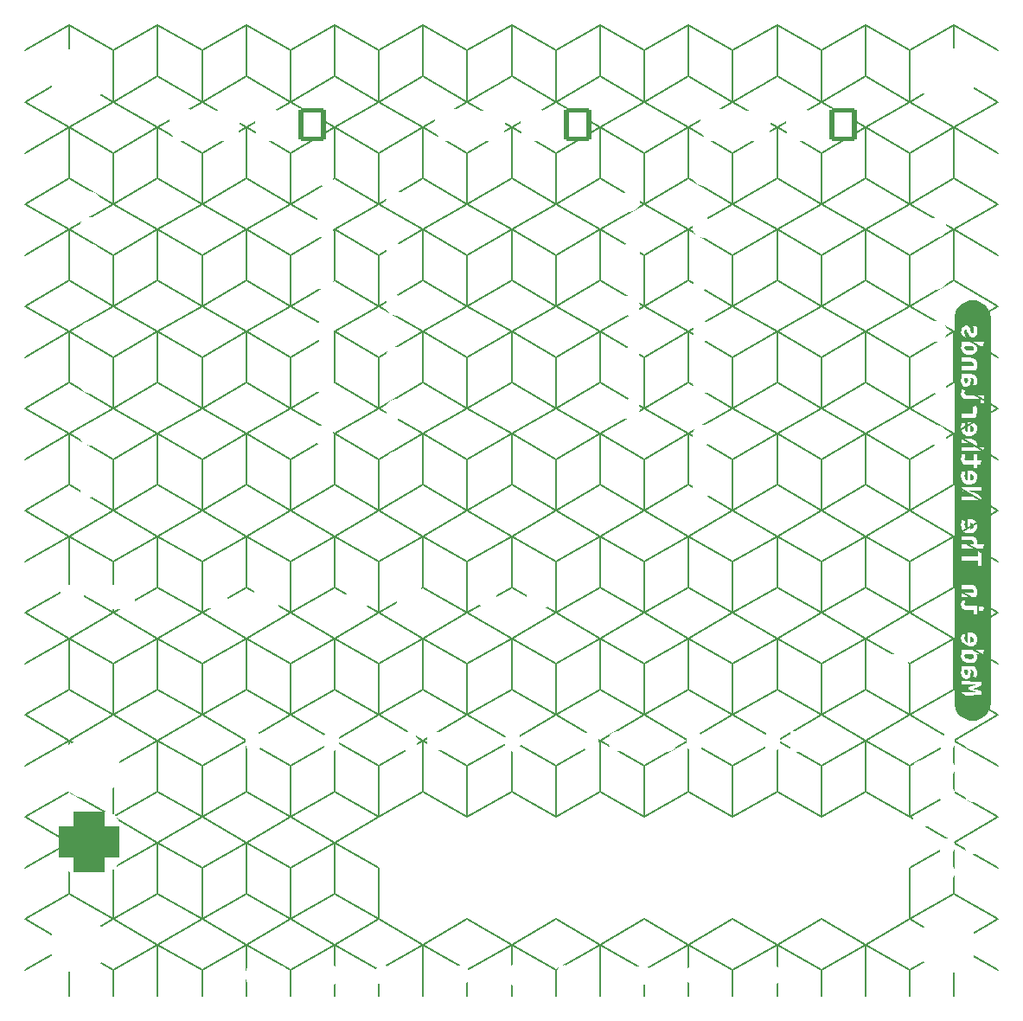
<source format=gbo>
%TF.GenerationSoftware,KiCad,Pcbnew,7.0.8*%
%TF.CreationDate,2024-01-29T21:33:25+01:00*%
%TF.ProjectId,cube-motherboard,63756265-2d6d-46f7-9468-6572626f6172,rev?*%
%TF.SameCoordinates,Original*%
%TF.FileFunction,Legend,Bot*%
%TF.FilePolarity,Positive*%
%FSLAX46Y46*%
G04 Gerber Fmt 4.6, Leading zero omitted, Abs format (unit mm)*
G04 Created by KiCad (PCBNEW 7.0.8) date 2024-01-29 21:33:25*
%MOMM*%
%LPD*%
G01*
G04 APERTURE LIST*
G04 Aperture macros list*
%AMRoundRect*
0 Rectangle with rounded corners*
0 $1 Rounding radius*
0 $2 $3 $4 $5 $6 $7 $8 $9 X,Y pos of 4 corners*
0 Add a 4 corners polygon primitive as box body*
4,1,4,$2,$3,$4,$5,$6,$7,$8,$9,$2,$3,0*
0 Add four circle primitives for the rounded corners*
1,1,$1+$1,$2,$3*
1,1,$1+$1,$4,$5*
1,1,$1+$1,$6,$7*
1,1,$1+$1,$8,$9*
0 Add four rect primitives between the rounded corners*
20,1,$1+$1,$2,$3,$4,$5,0*
20,1,$1+$1,$4,$5,$6,$7,0*
20,1,$1+$1,$6,$7,$8,$9,0*
20,1,$1+$1,$8,$9,$2,$3,0*%
G04 Aperture macros list end*
%ADD10C,0.150000*%
%ADD11C,2.000000*%
%ADD12C,1.600000*%
%ADD13R,1.500000X2.000000*%
%ADD14O,1.500000X2.000000*%
%ADD15C,5.600000*%
%ADD16RoundRect,1.500000X1.500000X-1.500000X1.500000X1.500000X-1.500000X1.500000X-1.500000X-1.500000X0*%
%ADD17C,6.000000*%
%ADD18R,2.000000X2.000000*%
%ADD19RoundRect,0.250001X1.099999X1.399999X-1.099999X1.399999X-1.099999X-1.399999X1.099999X-1.399999X0*%
%ADD20O,2.700000X3.300000*%
%ADD21R,2.400000X2.400000*%
%ADD22C,2.400000*%
G04 APERTURE END LIST*
D10*
X37057714Y-112500000D02*
X41387841Y-110000000D01*
X28397460Y-72500000D02*
X32727587Y-70000000D01*
X89019238Y-62500000D02*
X89019238Y-67500000D01*
X110669873Y-110000000D02*
X106339746Y-107500000D01*
X110669873Y-45000000D02*
X115000000Y-47500000D01*
X110669873Y-90000000D02*
X115000000Y-92500000D01*
X58708349Y-40000000D02*
X63038476Y-42500000D01*
X58708349Y-90000000D02*
X58708349Y-95000000D01*
X28397460Y-97500000D02*
X24067333Y-100000000D01*
X110669873Y-90000000D02*
X110669873Y-95000000D01*
X110669873Y-55000000D02*
X115000000Y-57500000D01*
X41387841Y-25000000D02*
X45717968Y-27500000D01*
X80358984Y-27500000D02*
X76028857Y-30000000D01*
X97679492Y-22500000D02*
X102009619Y-20000000D01*
X84689111Y-60000000D02*
X89019238Y-62500000D01*
X89019238Y-27500000D02*
X84689111Y-30000000D01*
X58708349Y-70000000D02*
X58708349Y-75000000D01*
X37057714Y-72500000D02*
X41387841Y-70000000D01*
X76028857Y-110000000D02*
X76028857Y-115000000D01*
X110669873Y-45000000D02*
X106339746Y-47500000D01*
X76028857Y-85000000D02*
X80358984Y-87500000D01*
X41387841Y-80000000D02*
X45717968Y-82500000D01*
X50048095Y-85000000D02*
X54378222Y-87500000D01*
X106339746Y-82500000D02*
X106339746Y-87500000D01*
X24067333Y-45000000D02*
X19737206Y-47500000D01*
X24067333Y-45000000D02*
X28397460Y-47500000D01*
X54378222Y-52500000D02*
X58708349Y-50000000D01*
X67368603Y-40000000D02*
X67368603Y-45000000D01*
X76028857Y-40000000D02*
X76028857Y-45000000D01*
X24067333Y-35000000D02*
X19737206Y-37500000D01*
X24067333Y-40000000D02*
X28397460Y-42500000D01*
X93349365Y-35000000D02*
X97679492Y-37500000D01*
X32727587Y-45000000D02*
X28397460Y-47500000D01*
X76028857Y-40000000D02*
X80358984Y-42500000D01*
X106339746Y-107500000D02*
X102009619Y-110000000D01*
X80358984Y-52500000D02*
X84689111Y-50000000D01*
X58708349Y-35000000D02*
X63038476Y-37500000D01*
X37057714Y-67500000D02*
X32727587Y-70000000D01*
X67368603Y-40000000D02*
X63038476Y-37500000D01*
X110669873Y-50000000D02*
X110669873Y-55000000D01*
X93349365Y-80000000D02*
X89019238Y-77500000D01*
X58708349Y-40000000D02*
X58708349Y-45000000D01*
X19737206Y-112500000D02*
X24067333Y-110000000D01*
X102009619Y-35000000D02*
X106339746Y-37500000D01*
X93349365Y-110000000D02*
X93349365Y-115000000D01*
X28397460Y-107500000D02*
X24067333Y-110000000D01*
X32727587Y-50000000D02*
X28397460Y-47500000D01*
X24067333Y-65000000D02*
X28397460Y-67500000D01*
X110669873Y-50000000D02*
X106339746Y-47500000D01*
X97679492Y-47500000D02*
X97679492Y-42500000D01*
X41387841Y-60000000D02*
X41387841Y-65000000D01*
X84689111Y-70000000D02*
X84689111Y-75000000D01*
X24067333Y-60000000D02*
X24067333Y-65000000D01*
X93349365Y-70000000D02*
X97679492Y-72500000D01*
X76028857Y-30000000D02*
X76028857Y-35000000D01*
X58708349Y-25000000D02*
X63038476Y-27500000D01*
X45717968Y-72500000D02*
X45717968Y-77500000D01*
X80358984Y-62500000D02*
X80358984Y-67500000D01*
X71698730Y-92500000D02*
X76028857Y-90000000D01*
X110669873Y-70000000D02*
X110669873Y-75000000D01*
X84689111Y-60000000D02*
X84689111Y-65000000D01*
X84689111Y-95000000D02*
X80358984Y-97500000D01*
X89019238Y-72500000D02*
X93349365Y-70000000D01*
X24067333Y-100000000D02*
X19737206Y-97500000D01*
X106339746Y-77500000D02*
X106339746Y-72500000D01*
X32727587Y-90000000D02*
X32727587Y-95000000D01*
X89019238Y-72500000D02*
X89019238Y-77500000D01*
X24067333Y-75000000D02*
X19737206Y-77500000D01*
X80358984Y-57500000D02*
X80358984Y-52500000D01*
X115000000Y-57500000D02*
X110669873Y-60000000D01*
X50048095Y-30000000D02*
X50048095Y-35000000D01*
X45717968Y-27500000D02*
X45717968Y-22500000D01*
X71698730Y-52500000D02*
X76028857Y-50000000D01*
X71698730Y-22500000D02*
X71698730Y-27500000D01*
X102009619Y-45000000D02*
X106339746Y-47500000D01*
X89019238Y-87500000D02*
X89019238Y-82500000D01*
X50048095Y-45000000D02*
X45717968Y-47500000D01*
X110669873Y-20000000D02*
X115000000Y-22500000D01*
X24067333Y-100000000D02*
X28397460Y-102500000D01*
X89019238Y-92500000D02*
X93349365Y-90000000D01*
X93349365Y-110000000D02*
X89019238Y-107500000D01*
X76028857Y-65000000D02*
X80358984Y-67500000D01*
X41387841Y-75000000D02*
X45717968Y-77500000D01*
X63038476Y-82500000D02*
X63038476Y-87500000D01*
X19737206Y-32500000D02*
X24067333Y-30000000D01*
X50048095Y-90000000D02*
X45717968Y-87500000D01*
X54378222Y-57500000D02*
X54378222Y-52500000D01*
X110669873Y-110000000D02*
X115000000Y-112500000D01*
X50048095Y-40000000D02*
X45717968Y-37500000D01*
X110669873Y-100000000D02*
X115000000Y-102500000D01*
X67368603Y-50000000D02*
X63038476Y-47500000D01*
X32727587Y-95000000D02*
X28397460Y-97500000D01*
X76028857Y-80000000D02*
X80358984Y-82500000D01*
X63038476Y-62500000D02*
X67368603Y-60000000D01*
X54378222Y-107500000D02*
X50048095Y-110000000D01*
X50048095Y-100000000D02*
X50048095Y-105000000D01*
X37057714Y-115000000D02*
X37057714Y-112500000D01*
X89019238Y-37500000D02*
X89019238Y-32500000D01*
X89019238Y-82500000D02*
X89019238Y-87500000D01*
X37057714Y-82500000D02*
X41387841Y-80000000D01*
X41387841Y-110000000D02*
X45717968Y-112500000D01*
X63038476Y-115000000D02*
X63038476Y-112500000D01*
X45717968Y-107500000D02*
X45717968Y-102500000D01*
X106339746Y-107500000D02*
X106339746Y-102500000D01*
X28397460Y-67500000D02*
X24067333Y-70000000D01*
X32727587Y-95000000D02*
X37057714Y-97500000D01*
X58708349Y-85000000D02*
X63038476Y-87500000D01*
X93349365Y-90000000D02*
X93349365Y-95000000D01*
X80358984Y-32500000D02*
X84689111Y-30000000D01*
X41387841Y-60000000D02*
X37057714Y-57500000D01*
X110669873Y-30000000D02*
X110669873Y-35000000D01*
X45717968Y-57500000D02*
X45717968Y-52500000D01*
X97679492Y-87500000D02*
X97679492Y-82500000D01*
X67368603Y-95000000D02*
X71698730Y-97500000D01*
X102009619Y-75000000D02*
X97679492Y-77500000D01*
X106339746Y-32500000D02*
X110669873Y-30000000D01*
X54378222Y-27500000D02*
X50048095Y-30000000D01*
X93349365Y-50000000D02*
X89019238Y-47500000D01*
X106339746Y-72500000D02*
X110669873Y-70000000D01*
X63038476Y-32500000D02*
X63038476Y-37500000D01*
X84689111Y-25000000D02*
X80358984Y-27500000D01*
X41387841Y-110000000D02*
X41387841Y-115000000D01*
X84689111Y-50000000D02*
X80358984Y-47500000D01*
X97679492Y-22500000D02*
X97679492Y-27500000D01*
X28397460Y-32500000D02*
X32727587Y-30000000D01*
X76028857Y-20000000D02*
X76028857Y-25000000D01*
X24067333Y-60000000D02*
X28397460Y-62500000D01*
X41387841Y-90000000D02*
X41387841Y-95000000D01*
X76028857Y-50000000D02*
X76028857Y-55000000D01*
X28397460Y-77500000D02*
X24067333Y-80000000D01*
X84689111Y-55000000D02*
X80358984Y-57500000D01*
X28397460Y-112500000D02*
X32727587Y-110000000D01*
X106339746Y-62500000D02*
X106339746Y-67500000D01*
X37057714Y-72500000D02*
X37057714Y-77500000D01*
X80358984Y-32500000D02*
X80358984Y-37500000D01*
X50048095Y-25000000D02*
X45717968Y-27500000D01*
X84689111Y-25000000D02*
X89019238Y-27500000D01*
X89019238Y-52500000D02*
X89019238Y-57500000D01*
X80358984Y-87500000D02*
X76028857Y-90000000D01*
X28397460Y-42500000D02*
X32727587Y-40000000D01*
X97679492Y-67500000D02*
X93349365Y-70000000D01*
X93349365Y-85000000D02*
X97679492Y-87500000D01*
X24067333Y-90000000D02*
X19737206Y-87500000D01*
X106339746Y-22500000D02*
X110669873Y-20000000D01*
X58708349Y-110000000D02*
X63038476Y-112500000D01*
X37057714Y-27500000D02*
X37057714Y-22500000D01*
X58708349Y-25000000D02*
X54378222Y-27500000D01*
X84689111Y-95000000D02*
X89019238Y-97500000D01*
X28397460Y-87500000D02*
X28397460Y-82500000D01*
X24067333Y-70000000D02*
X28397460Y-72500000D01*
X71698730Y-52500000D02*
X71698730Y-57500000D01*
X67368603Y-35000000D02*
X63038476Y-37500000D01*
X45717968Y-62500000D02*
X45717968Y-67500000D01*
X63038476Y-97500000D02*
X63038476Y-92500000D01*
X80358984Y-92500000D02*
X84689111Y-90000000D01*
X54378222Y-82500000D02*
X58708349Y-80000000D01*
X41387841Y-35000000D02*
X45717968Y-37500000D01*
X37057714Y-47500000D02*
X32727587Y-50000000D01*
X93349365Y-85000000D02*
X89019238Y-87500000D01*
X50048095Y-70000000D02*
X50048095Y-75000000D01*
X89019238Y-47500000D02*
X89019238Y-42500000D01*
X106339746Y-67500000D02*
X106339746Y-62500000D01*
X63038476Y-52500000D02*
X63038476Y-57500000D01*
X89019238Y-32500000D02*
X93349365Y-30000000D01*
X80358984Y-72500000D02*
X84689111Y-70000000D01*
X32727587Y-20000000D02*
X37057714Y-22500000D01*
X80358984Y-22500000D02*
X80358984Y-27500000D01*
X110669873Y-65000000D02*
X106339746Y-67500000D01*
X45717968Y-52500000D02*
X45717968Y-57500000D01*
X54378222Y-82500000D02*
X54378222Y-87500000D01*
X106339746Y-42500000D02*
X106339746Y-47500000D01*
X102009619Y-80000000D02*
X106339746Y-82500000D01*
X102009619Y-60000000D02*
X97679492Y-57500000D01*
X67368603Y-85000000D02*
X63038476Y-87500000D01*
X110669873Y-105000000D02*
X106339746Y-107500000D01*
X106339746Y-37500000D02*
X102009619Y-40000000D01*
X24067333Y-105000000D02*
X19737206Y-107500000D01*
X24067333Y-60000000D02*
X19737206Y-57500000D01*
X110669873Y-35000000D02*
X106339746Y-37500000D01*
X28397460Y-82500000D02*
X28397460Y-87500000D01*
X41387841Y-45000000D02*
X45717968Y-47500000D01*
X37057714Y-97500000D02*
X37057714Y-92500000D01*
X97679492Y-67500000D02*
X97679492Y-62500000D01*
X93349365Y-25000000D02*
X89019238Y-27500000D01*
X71698730Y-82500000D02*
X76028857Y-80000000D01*
X37057714Y-92500000D02*
X41387841Y-90000000D01*
X37057714Y-52500000D02*
X41387841Y-50000000D01*
X63038476Y-87500000D02*
X63038476Y-82500000D01*
X80358984Y-92500000D02*
X80358984Y-97500000D01*
X93349365Y-20000000D02*
X97679492Y-22500000D01*
X110669873Y-60000000D02*
X110669873Y-65000000D01*
X71698730Y-32500000D02*
X76028857Y-30000000D01*
X106339746Y-42500000D02*
X110669873Y-40000000D01*
X115000000Y-107500000D02*
X110669873Y-110000000D01*
X97679492Y-82500000D02*
X102009619Y-80000000D01*
X71698730Y-77500000D02*
X71698730Y-72500000D01*
X93349365Y-60000000D02*
X97679492Y-62500000D01*
X41387841Y-50000000D02*
X45717968Y-52500000D01*
X110669873Y-85000000D02*
X106339746Y-87500000D01*
X24067333Y-80000000D02*
X19737206Y-77500000D01*
X50048095Y-50000000D02*
X50048095Y-55000000D01*
X32727587Y-40000000D02*
X28397460Y-37500000D01*
X102009619Y-85000000D02*
X106339746Y-87500000D01*
X110669873Y-60000000D02*
X115000000Y-62500000D01*
X97679492Y-62500000D02*
X102009619Y-60000000D01*
X58708349Y-60000000D02*
X54378222Y-57500000D01*
X63038476Y-92500000D02*
X67368603Y-90000000D01*
X50048095Y-55000000D02*
X54378222Y-57500000D01*
X97679492Y-72500000D02*
X97679492Y-77500000D01*
X110669873Y-25000000D02*
X115000000Y-27500000D01*
X37057714Y-107500000D02*
X32727587Y-110000000D01*
X54378222Y-37500000D02*
X50048095Y-40000000D01*
X80358984Y-52500000D02*
X80358984Y-57500000D01*
X110669873Y-55000000D02*
X106339746Y-57500000D01*
X67368603Y-30000000D02*
X71698730Y-32500000D01*
X45717968Y-42500000D02*
X45717968Y-47500000D01*
X50048095Y-105000000D02*
X45717968Y-107500000D01*
X19737206Y-62500000D02*
X24067333Y-60000000D01*
X80358984Y-82500000D02*
X84689111Y-80000000D01*
X76028857Y-75000000D02*
X71698730Y-77500000D01*
X37057714Y-57500000D02*
X32727587Y-60000000D01*
X32727587Y-85000000D02*
X28397460Y-87500000D01*
X63038476Y-77500000D02*
X58708349Y-80000000D01*
X71698730Y-62500000D02*
X71698730Y-67500000D01*
X32727587Y-45000000D02*
X37057714Y-47500000D01*
X93349365Y-50000000D02*
X97679492Y-52500000D01*
X84689111Y-20000000D02*
X89019238Y-22500000D01*
X28397460Y-115000000D02*
X28397460Y-112500000D01*
X102009619Y-95000000D02*
X106339746Y-97500000D01*
X71698730Y-27500000D02*
X67368603Y-30000000D01*
X84689111Y-30000000D02*
X89019238Y-32500000D01*
X54378222Y-77500000D02*
X50048095Y-80000000D01*
X106339746Y-47500000D02*
X102009619Y-50000000D01*
X24067333Y-110000000D02*
X19737206Y-107500000D01*
X84689111Y-85000000D02*
X89019238Y-87500000D01*
X50048095Y-70000000D02*
X54378222Y-72500000D01*
X63038476Y-27500000D02*
X63038476Y-22500000D01*
X84689111Y-30000000D02*
X84689111Y-35000000D01*
X41387841Y-95000000D02*
X45717968Y-97500000D01*
X80358984Y-47500000D02*
X80358984Y-42500000D01*
X110669873Y-40000000D02*
X106339746Y-37500000D01*
X67368603Y-70000000D02*
X67368603Y-75000000D01*
X93349365Y-40000000D02*
X97679492Y-42500000D01*
X24067333Y-85000000D02*
X19737206Y-87500000D01*
X54378222Y-72500000D02*
X54378222Y-77500000D01*
X24067333Y-90000000D02*
X24067333Y-95000000D01*
X50048095Y-110000000D02*
X50048095Y-115000000D01*
X50048095Y-80000000D02*
X54378222Y-82500000D01*
X93349365Y-75000000D02*
X89019238Y-77500000D01*
X54378222Y-22500000D02*
X58708349Y-20000000D01*
X45717968Y-67500000D02*
X45717968Y-62500000D01*
X58708349Y-55000000D02*
X54378222Y-57500000D01*
X80358984Y-67500000D02*
X76028857Y-70000000D01*
X54378222Y-32500000D02*
X54378222Y-37500000D01*
X41387841Y-80000000D02*
X37057714Y-77500000D01*
X84689111Y-35000000D02*
X80358984Y-37500000D01*
X45717968Y-22500000D02*
X45717968Y-27500000D01*
X102009619Y-25000000D02*
X97679492Y-27500000D01*
X71698730Y-87500000D02*
X71698730Y-82500000D01*
X106339746Y-62500000D02*
X110669873Y-60000000D01*
X58708349Y-35000000D02*
X54378222Y-37500000D01*
X102009619Y-95000000D02*
X97679492Y-97500000D01*
X32727587Y-60000000D02*
X28397460Y-57500000D01*
X71698730Y-92500000D02*
X71698730Y-97500000D01*
X67368603Y-80000000D02*
X63038476Y-77500000D01*
X71698730Y-82500000D02*
X71698730Y-87500000D01*
X80358984Y-82500000D02*
X80358984Y-87500000D01*
X32727587Y-105000000D02*
X37057714Y-107500000D01*
X84689111Y-35000000D02*
X89019238Y-37500000D01*
X97679492Y-112500000D02*
X97679492Y-115000000D01*
X76028857Y-35000000D02*
X71698730Y-37500000D01*
X58708349Y-40000000D02*
X54378222Y-37500000D01*
X28397460Y-22500000D02*
X32727587Y-20000000D01*
X106339746Y-87500000D02*
X106339746Y-82500000D01*
X67368603Y-95000000D02*
X63038476Y-97500000D01*
X45717968Y-67500000D02*
X41387841Y-70000000D01*
X71698730Y-97500000D02*
X71698730Y-92500000D01*
X76028857Y-60000000D02*
X76028857Y-65000000D01*
X32727587Y-75000000D02*
X28397460Y-77500000D01*
X58708349Y-20000000D02*
X63038476Y-22500000D01*
X106339746Y-92500000D02*
X110669873Y-90000000D01*
X102009619Y-60000000D02*
X106339746Y-62500000D01*
X76028857Y-55000000D02*
X71698730Y-57500000D01*
X45717968Y-97500000D02*
X45717968Y-92500000D01*
X54378222Y-62500000D02*
X54378222Y-67500000D01*
X28397460Y-72500000D02*
X28397460Y-77500000D01*
X71698730Y-22500000D02*
X76028857Y-20000000D01*
X63038476Y-47500000D02*
X63038476Y-42500000D01*
X63038476Y-72500000D02*
X67368603Y-70000000D01*
X50048095Y-50000000D02*
X54378222Y-52500000D01*
X37057714Y-52500000D02*
X37057714Y-57500000D01*
X67368603Y-25000000D02*
X71698730Y-27500000D01*
X76028857Y-30000000D02*
X80358984Y-32500000D01*
X28397460Y-62500000D02*
X32727587Y-60000000D01*
X76028857Y-110000000D02*
X71698730Y-107500000D01*
X97679492Y-112500000D02*
X102009619Y-110000000D01*
X115000000Y-87500000D02*
X110669873Y-90000000D01*
X54378222Y-92500000D02*
X58708349Y-90000000D01*
X58708349Y-80000000D02*
X54378222Y-77500000D01*
X24067333Y-95000000D02*
X19737206Y-97500000D01*
X32727587Y-110000000D02*
X37057714Y-112500000D01*
X58708349Y-110000000D02*
X58708349Y-115000000D01*
X106339746Y-102500000D02*
X106339746Y-107500000D01*
X84689111Y-40000000D02*
X80358984Y-37500000D01*
X93349365Y-80000000D02*
X93349365Y-85000000D01*
X63038476Y-32500000D02*
X67368603Y-30000000D01*
X32727587Y-90000000D02*
X28397460Y-87500000D01*
X50048095Y-40000000D02*
X54378222Y-42500000D01*
X41387841Y-105000000D02*
X37057714Y-107500000D01*
X19737206Y-22500000D02*
X24067333Y-20000000D01*
X89019238Y-42500000D02*
X89019238Y-47500000D01*
X80358984Y-42500000D02*
X80358984Y-47500000D01*
X45717968Y-57500000D02*
X41387841Y-60000000D01*
X93349365Y-45000000D02*
X97679492Y-47500000D01*
X37057714Y-67500000D02*
X37057714Y-62500000D01*
X28397460Y-67500000D02*
X28397460Y-62500000D01*
X24067333Y-75000000D02*
X28397460Y-77500000D01*
X45717968Y-77500000D02*
X41387841Y-80000000D01*
X24067333Y-80000000D02*
X28397460Y-82500000D01*
X89019238Y-92500000D02*
X89019238Y-97500000D01*
X37057714Y-102500000D02*
X41387841Y-100000000D01*
X97679492Y-27500000D02*
X93349365Y-30000000D01*
X58708349Y-50000000D02*
X63038476Y-52500000D01*
X102009619Y-65000000D02*
X97679492Y-67500000D01*
X76028857Y-40000000D02*
X71698730Y-37500000D01*
X45717968Y-112500000D02*
X45717968Y-115000000D01*
X37057714Y-87500000D02*
X32727587Y-90000000D01*
X84689111Y-40000000D02*
X89019238Y-42500000D01*
X32727587Y-25000000D02*
X28397460Y-27500000D01*
X45717968Y-102500000D02*
X45717968Y-107500000D01*
X50048095Y-95000000D02*
X45717968Y-97500000D01*
X106339746Y-102500000D02*
X110669873Y-100000000D01*
X50048095Y-110000000D02*
X54378222Y-112500000D01*
X71698730Y-27500000D02*
X71698730Y-22500000D01*
X54378222Y-42500000D02*
X58708349Y-40000000D01*
X89019238Y-77500000D02*
X84689111Y-80000000D01*
X89019238Y-87500000D02*
X84689111Y-90000000D01*
X19737206Y-52500000D02*
X24067333Y-50000000D01*
X80358984Y-67500000D02*
X80358984Y-62500000D01*
X67368603Y-85000000D02*
X71698730Y-87500000D01*
X63038476Y-22500000D02*
X67368603Y-20000000D01*
X50048095Y-60000000D02*
X50048095Y-65000000D01*
X41387841Y-30000000D02*
X45717968Y-32500000D01*
X24067333Y-25000000D02*
X28397460Y-27500000D01*
X41387841Y-55000000D02*
X45717968Y-57500000D01*
X45717968Y-82500000D02*
X50048095Y-80000000D01*
X110669873Y-100000000D02*
X106339746Y-97500000D01*
X32727587Y-85000000D02*
X37057714Y-87500000D01*
X54378222Y-107500000D02*
X54378222Y-102500000D01*
X63038476Y-62500000D02*
X63038476Y-67500000D01*
X54378222Y-97500000D02*
X54378222Y-92500000D01*
X67368603Y-70000000D02*
X63038476Y-67500000D01*
X93349365Y-65000000D02*
X97679492Y-67500000D01*
X71698730Y-115000000D02*
X71698730Y-112500000D01*
X93349365Y-95000000D02*
X97679492Y-97500000D01*
X24067333Y-90000000D02*
X28397460Y-92500000D01*
X67368603Y-90000000D02*
X63038476Y-87500000D01*
X97679492Y-72500000D02*
X102009619Y-70000000D01*
X45717968Y-87500000D02*
X45717968Y-82500000D01*
X89019238Y-115000000D02*
X89019238Y-112500000D01*
X71698730Y-67500000D02*
X71698730Y-62500000D01*
X110669873Y-85000000D02*
X115000000Y-87500000D01*
X24067333Y-110000000D02*
X24067333Y-115000000D01*
X106339746Y-52500000D02*
X106339746Y-57500000D01*
X45717968Y-32500000D02*
X45717968Y-37500000D01*
X93349365Y-60000000D02*
X89019238Y-57500000D01*
X84689111Y-70000000D02*
X89019238Y-72500000D01*
X110669873Y-80000000D02*
X110669873Y-85000000D01*
X58708349Y-90000000D02*
X54378222Y-87500000D01*
X80358984Y-72500000D02*
X80358984Y-77500000D01*
X115000000Y-67500000D02*
X110669873Y-70000000D01*
X24067333Y-70000000D02*
X24067333Y-75000000D01*
X76028857Y-60000000D02*
X80358984Y-62500000D01*
X102009619Y-60000000D02*
X102009619Y-65000000D01*
X32727587Y-90000000D02*
X37057714Y-92500000D01*
X58708349Y-55000000D02*
X63038476Y-57500000D01*
X37057714Y-92500000D02*
X37057714Y-97500000D01*
X24067333Y-30000000D02*
X19737206Y-27500000D01*
X50048095Y-95000000D02*
X54378222Y-97500000D01*
X67368603Y-30000000D02*
X67368603Y-35000000D01*
X41387841Y-65000000D02*
X45717968Y-67500000D01*
X32727587Y-50000000D02*
X32727587Y-55000000D01*
X93349365Y-70000000D02*
X89019238Y-67500000D01*
X67368603Y-90000000D02*
X71698730Y-92500000D01*
X67368603Y-65000000D02*
X71698730Y-67500000D01*
X89019238Y-47500000D02*
X84689111Y-50000000D01*
X32727587Y-65000000D02*
X28397460Y-67500000D01*
X84689111Y-50000000D02*
X89019238Y-52500000D01*
X50048095Y-105000000D02*
X54378222Y-107500000D01*
X63038476Y-37500000D02*
X63038476Y-32500000D01*
X37057714Y-77500000D02*
X37057714Y-72500000D01*
X24067333Y-80000000D02*
X24067333Y-85000000D01*
X58708349Y-65000000D02*
X63038476Y-67500000D01*
X45717968Y-107500000D02*
X41387841Y-110000000D01*
X102009619Y-20000000D02*
X106339746Y-22500000D01*
X97679492Y-32500000D02*
X102009619Y-30000000D01*
X110669873Y-30000000D02*
X106339746Y-27500000D01*
X63038476Y-107500000D02*
X58708349Y-110000000D01*
X50048095Y-80000000D02*
X45717968Y-77500000D01*
X110669873Y-90000000D02*
X106339746Y-87500000D01*
X102009619Y-110000000D02*
X106339746Y-112500000D01*
X63038476Y-52500000D02*
X67368603Y-50000000D01*
X41387841Y-100000000D02*
X37057714Y-97500000D01*
X106339746Y-77500000D02*
X102009619Y-80000000D01*
X58708349Y-45000000D02*
X54378222Y-47500000D01*
X97679492Y-62500000D02*
X97679492Y-67500000D01*
X37057714Y-37500000D02*
X32727587Y-40000000D01*
X32727587Y-55000000D02*
X28397460Y-57500000D01*
X19737206Y-72500000D02*
X24067333Y-70000000D01*
X89019238Y-62500000D02*
X93349365Y-60000000D01*
X80358984Y-77500000D02*
X76028857Y-80000000D01*
X71698730Y-107500000D02*
X67368603Y-110000000D01*
X102009619Y-55000000D02*
X106339746Y-57500000D01*
X84689111Y-65000000D02*
X89019238Y-67500000D01*
X58708349Y-85000000D02*
X54378222Y-87500000D01*
X63038476Y-72500000D02*
X63038476Y-77500000D01*
X102009619Y-90000000D02*
X106339746Y-92500000D01*
X54378222Y-97500000D02*
X50048095Y-100000000D01*
X58708349Y-90000000D02*
X63038476Y-92500000D01*
X54378222Y-57500000D02*
X50048095Y-60000000D01*
X84689111Y-75000000D02*
X89019238Y-77500000D01*
X37057714Y-27500000D02*
X32727587Y-30000000D01*
X97679492Y-87500000D02*
X93349365Y-90000000D01*
X63038476Y-112500000D02*
X67368603Y-110000000D01*
X84689111Y-80000000D02*
X89019238Y-82500000D01*
X71698730Y-47500000D02*
X67368603Y-50000000D01*
X54378222Y-72500000D02*
X58708349Y-70000000D01*
X50048095Y-50000000D02*
X45717968Y-47500000D01*
X76028857Y-60000000D02*
X71698730Y-57500000D01*
X84689111Y-90000000D02*
X89019238Y-92500000D01*
X45717968Y-92500000D02*
X50048095Y-90000000D01*
X45717968Y-72500000D02*
X50048095Y-70000000D01*
X71698730Y-42500000D02*
X71698730Y-47500000D01*
X110669873Y-40000000D02*
X115000000Y-42500000D01*
X58708349Y-60000000D02*
X63038476Y-62500000D01*
X110669873Y-105000000D02*
X115000000Y-107500000D01*
X32727587Y-100000000D02*
X37057714Y-102500000D01*
X58708349Y-80000000D02*
X58708349Y-85000000D01*
X89019238Y-82500000D02*
X93349365Y-80000000D01*
X67368603Y-110000000D02*
X67368603Y-115000000D01*
X93349365Y-75000000D02*
X97679492Y-77500000D01*
X106339746Y-57500000D02*
X102009619Y-60000000D01*
X50048095Y-65000000D02*
X54378222Y-67500000D01*
X28397460Y-22500000D02*
X28397460Y-27500000D01*
X28397460Y-77500000D02*
X28397460Y-72500000D01*
X45717968Y-47500000D02*
X45717968Y-42500000D01*
X93349365Y-80000000D02*
X97679492Y-82500000D01*
X93349365Y-45000000D02*
X89019238Y-47500000D01*
X37057714Y-87500000D02*
X37057714Y-82500000D01*
X102009619Y-85000000D02*
X97679492Y-87500000D01*
X45717968Y-22500000D02*
X50048095Y-20000000D01*
X110669873Y-110000000D02*
X110669873Y-115000000D01*
X97679492Y-57500000D02*
X93349365Y-60000000D01*
X37057714Y-32500000D02*
X37057714Y-37500000D01*
X106339746Y-112500000D02*
X110669873Y-110000000D01*
X41387841Y-70000000D02*
X41387841Y-75000000D01*
X24067333Y-55000000D02*
X19737206Y-57500000D01*
X24067333Y-50000000D02*
X24067333Y-55000000D01*
X32727587Y-55000000D02*
X37057714Y-57500000D01*
X50048095Y-75000000D02*
X45717968Y-77500000D01*
X19737206Y-92500000D02*
X24067333Y-90000000D01*
X80358984Y-57500000D02*
X76028857Y-60000000D01*
X80358984Y-47500000D02*
X76028857Y-50000000D01*
X54378222Y-77500000D02*
X54378222Y-72500000D01*
X102009619Y-40000000D02*
X97679492Y-37500000D01*
X80358984Y-62500000D02*
X84689111Y-60000000D01*
X32727587Y-70000000D02*
X37057714Y-72500000D01*
X32727587Y-60000000D02*
X37057714Y-62500000D01*
X93349365Y-40000000D02*
X93349365Y-45000000D01*
X71698730Y-72500000D02*
X76028857Y-70000000D01*
X41387841Y-70000000D02*
X45717968Y-72500000D01*
X63038476Y-92500000D02*
X63038476Y-97500000D01*
X50048095Y-20000000D02*
X50048095Y-25000000D01*
X89019238Y-67500000D02*
X84689111Y-70000000D01*
X80358984Y-107500000D02*
X76028857Y-110000000D01*
X63038476Y-47500000D02*
X58708349Y-50000000D01*
X41387841Y-45000000D02*
X37057714Y-47500000D01*
X102009619Y-75000000D02*
X106339746Y-77500000D01*
X41387841Y-50000000D02*
X37057714Y-47500000D01*
X54378222Y-47500000D02*
X50048095Y-50000000D01*
X54378222Y-37500000D02*
X54378222Y-32500000D01*
X89019238Y-67500000D02*
X89019238Y-62500000D01*
X67368603Y-70000000D02*
X71698730Y-72500000D01*
X84689111Y-20000000D02*
X84689111Y-25000000D01*
X41387841Y-35000000D02*
X37057714Y-37500000D01*
X67368603Y-55000000D02*
X63038476Y-57500000D01*
X41387841Y-80000000D02*
X41387841Y-85000000D01*
X89019238Y-22500000D02*
X89019238Y-27500000D01*
X50048095Y-80000000D02*
X50048095Y-85000000D01*
X76028857Y-25000000D02*
X71698730Y-27500000D01*
X63038476Y-67500000D02*
X63038476Y-62500000D01*
X54378222Y-62500000D02*
X58708349Y-60000000D01*
X84689111Y-110000000D02*
X89019238Y-112500000D01*
X76028857Y-25000000D02*
X80358984Y-27500000D01*
X76028857Y-110000000D02*
X80358984Y-112500000D01*
X32727587Y-75000000D02*
X37057714Y-77500000D01*
X19737206Y-102500000D02*
X24067333Y-100000000D01*
X28397460Y-47500000D02*
X24067333Y-50000000D01*
X115000000Y-77500000D02*
X110669873Y-80000000D01*
X89019238Y-27500000D02*
X89019238Y-22500000D01*
X97679492Y-57500000D02*
X97679492Y-52500000D01*
X76028857Y-95000000D02*
X80358984Y-97500000D01*
X41387841Y-70000000D02*
X37057714Y-67500000D01*
X97679492Y-77500000D02*
X97679492Y-72500000D01*
X93349365Y-60000000D02*
X93349365Y-65000000D01*
X93349365Y-35000000D02*
X89019238Y-37500000D01*
X24067333Y-30000000D02*
X28397460Y-32500000D01*
X24067333Y-100000000D02*
X24067333Y-105000000D01*
X32727587Y-65000000D02*
X37057714Y-67500000D01*
X37057714Y-32500000D02*
X41387841Y-30000000D01*
X106339746Y-82500000D02*
X110669873Y-80000000D01*
X37057714Y-22500000D02*
X41387841Y-20000000D01*
X93349365Y-95000000D02*
X89019238Y-97500000D01*
X50048095Y-55000000D02*
X45717968Y-57500000D01*
X84689111Y-110000000D02*
X80358984Y-107500000D01*
X89019238Y-37500000D02*
X84689111Y-40000000D01*
X80358984Y-42500000D02*
X84689111Y-40000000D01*
X102009619Y-30000000D02*
X102009619Y-35000000D01*
X32727587Y-50000000D02*
X37057714Y-52500000D01*
X41387841Y-100000000D02*
X45717968Y-102500000D01*
X84689111Y-60000000D02*
X80358984Y-57500000D01*
X41387841Y-40000000D02*
X45717968Y-42500000D01*
X41387841Y-30000000D02*
X41387841Y-35000000D01*
X50048095Y-35000000D02*
X54378222Y-37500000D01*
X67368603Y-65000000D02*
X63038476Y-67500000D01*
X93349365Y-55000000D02*
X89019238Y-57500000D01*
X97679492Y-47500000D02*
X93349365Y-50000000D01*
X71698730Y-37500000D02*
X67368603Y-40000000D01*
X110669873Y-70000000D02*
X106339746Y-67500000D01*
X63038476Y-42500000D02*
X63038476Y-47500000D01*
X67368603Y-30000000D02*
X63038476Y-27500000D01*
X76028857Y-95000000D02*
X71698730Y-97500000D01*
X76028857Y-80000000D02*
X71698730Y-77500000D01*
X32727587Y-30000000D02*
X32727587Y-35000000D01*
X89019238Y-52500000D02*
X93349365Y-50000000D01*
X37057714Y-42500000D02*
X41387841Y-40000000D01*
X84689111Y-45000000D02*
X89019238Y-47500000D01*
X106339746Y-47500000D02*
X106339746Y-42500000D01*
X102009619Y-35000000D02*
X97679492Y-37500000D01*
X110669873Y-95000000D02*
X106339746Y-97500000D01*
X28397460Y-32500000D02*
X28397460Y-37500000D01*
X97679492Y-37500000D02*
X97679492Y-32500000D01*
X71698730Y-72500000D02*
X71698730Y-77500000D01*
X106339746Y-22500000D02*
X106339746Y-27500000D01*
X41387841Y-40000000D02*
X41387841Y-45000000D01*
X63038476Y-87500000D02*
X58708349Y-90000000D01*
X28397460Y-57500000D02*
X24067333Y-60000000D01*
X19737206Y-82500000D02*
X24067333Y-80000000D01*
X106339746Y-72500000D02*
X106339746Y-77500000D01*
X37057714Y-102500000D02*
X37057714Y-107500000D01*
X24067333Y-40000000D02*
X19737206Y-37500000D01*
X45717968Y-37500000D02*
X45717968Y-32500000D01*
X41387841Y-85000000D02*
X37057714Y-87500000D01*
X28397460Y-37500000D02*
X24067333Y-40000000D01*
X97679492Y-37500000D02*
X93349365Y-40000000D01*
X32727587Y-70000000D02*
X32727587Y-75000000D01*
X67368603Y-80000000D02*
X67368603Y-85000000D01*
X106339746Y-27500000D02*
X102009619Y-30000000D01*
X24067333Y-85000000D02*
X28397460Y-87500000D01*
X102009619Y-90000000D02*
X97679492Y-87500000D01*
X50048095Y-35000000D02*
X45717968Y-37500000D01*
X93349365Y-70000000D02*
X93349365Y-75000000D01*
X58708349Y-20000000D02*
X58708349Y-25000000D01*
X37057714Y-62500000D02*
X37057714Y-67500000D01*
X110669873Y-70000000D02*
X115000000Y-72500000D01*
X41387841Y-55000000D02*
X37057714Y-57500000D01*
X58708349Y-80000000D02*
X63038476Y-82500000D01*
X54378222Y-67500000D02*
X50048095Y-70000000D01*
X28397460Y-37500000D02*
X28397460Y-32500000D01*
X76028857Y-30000000D02*
X71698730Y-27500000D01*
X58708349Y-65000000D02*
X54378222Y-67500000D01*
X28397460Y-102500000D02*
X32727587Y-100000000D01*
X102009619Y-25000000D02*
X106339746Y-27500000D01*
X84689111Y-55000000D02*
X89019238Y-57500000D01*
X41387841Y-20000000D02*
X41387841Y-25000000D01*
X97679492Y-42500000D02*
X97679492Y-47500000D01*
X97679492Y-27500000D02*
X97679492Y-22500000D01*
X76028857Y-45000000D02*
X80358984Y-47500000D01*
X84689111Y-80000000D02*
X84689111Y-85000000D01*
X76028857Y-90000000D02*
X80358984Y-92500000D01*
X50048095Y-90000000D02*
X50048095Y-95000000D01*
X93349365Y-90000000D02*
X89019238Y-87500000D01*
X58708349Y-75000000D02*
X54378222Y-77500000D01*
X102009619Y-70000000D02*
X106339746Y-72500000D01*
X93349365Y-30000000D02*
X89019238Y-27500000D01*
X76028857Y-70000000D02*
X80358984Y-72500000D01*
X63038476Y-67500000D02*
X58708349Y-70000000D01*
X102009619Y-70000000D02*
X102009619Y-75000000D01*
X97679492Y-82500000D02*
X97679492Y-87500000D01*
X106339746Y-92500000D02*
X106339746Y-97500000D01*
X97679492Y-92500000D02*
X97679492Y-97500000D01*
X71698730Y-67500000D02*
X67368603Y-70000000D01*
X89019238Y-22500000D02*
X93349365Y-20000000D01*
X76028857Y-20000000D02*
X80358984Y-22500000D01*
X45717968Y-87500000D02*
X41387841Y-90000000D01*
X76028857Y-55000000D02*
X80358984Y-57500000D01*
X28397460Y-27500000D02*
X28397460Y-22500000D01*
X32727587Y-40000000D02*
X37057714Y-42500000D01*
X115000000Y-27500000D02*
X110669873Y-30000000D01*
X50048095Y-45000000D02*
X54378222Y-47500000D01*
X80358984Y-37500000D02*
X80358984Y-32500000D01*
X41387841Y-95000000D02*
X37057714Y-97500000D01*
X37057714Y-22500000D02*
X37057714Y-27500000D01*
X63038476Y-22500000D02*
X63038476Y-27500000D01*
X24067333Y-25000000D02*
X19737206Y-27500000D01*
X45717968Y-37500000D02*
X41387841Y-40000000D01*
X45717968Y-97500000D02*
X41387841Y-100000000D01*
X93349365Y-20000000D02*
X93349365Y-25000000D01*
X71698730Y-57500000D02*
X67368603Y-60000000D01*
X110669873Y-80000000D02*
X115000000Y-82500000D01*
X115000000Y-47500000D02*
X110669873Y-50000000D01*
X106339746Y-97500000D02*
X106339746Y-92500000D01*
X71698730Y-77500000D02*
X67368603Y-80000000D01*
X102009619Y-110000000D02*
X97679492Y-107500000D01*
X24067333Y-70000000D02*
X19737206Y-67500000D01*
X71698730Y-57500000D02*
X71698730Y-52500000D01*
X67368603Y-50000000D02*
X67368603Y-55000000D01*
X63038476Y-27500000D02*
X58708349Y-30000000D01*
X24067333Y-20000000D02*
X28397460Y-22500000D01*
X54378222Y-67500000D02*
X54378222Y-62500000D01*
X84689111Y-90000000D02*
X80358984Y-87500000D01*
X58708349Y-50000000D02*
X58708349Y-55000000D01*
X71698730Y-42500000D02*
X76028857Y-40000000D01*
X45717968Y-77500000D02*
X45717968Y-72500000D01*
X28397460Y-47500000D02*
X28397460Y-42500000D01*
X45717968Y-62500000D02*
X50048095Y-60000000D01*
X110669873Y-35000000D02*
X115000000Y-37500000D01*
X110669873Y-50000000D02*
X115000000Y-52500000D01*
X93349365Y-40000000D02*
X89019238Y-37500000D01*
X41387841Y-25000000D02*
X37057714Y-27500000D01*
X28397460Y-87500000D02*
X24067333Y-90000000D01*
X32727587Y-110000000D02*
X28397460Y-107500000D01*
X102009619Y-80000000D02*
X102009619Y-85000000D01*
X45717968Y-27500000D02*
X41387841Y-30000000D01*
X67368603Y-110000000D02*
X71698730Y-112500000D01*
X67368603Y-40000000D02*
X71698730Y-42500000D01*
X89019238Y-42500000D02*
X93349365Y-40000000D01*
X76028857Y-50000000D02*
X71698730Y-47500000D01*
X58708349Y-110000000D02*
X54378222Y-107500000D01*
X76028857Y-90000000D02*
X76028857Y-95000000D01*
X50048095Y-30000000D02*
X45717968Y-27500000D01*
X54378222Y-115000000D02*
X54378222Y-112500000D01*
X84689111Y-50000000D02*
X84689111Y-55000000D01*
X84689111Y-40000000D02*
X84689111Y-45000000D01*
X54378222Y-22500000D02*
X54378222Y-27500000D01*
X58708349Y-95000000D02*
X63038476Y-97500000D01*
X106339746Y-87500000D02*
X102009619Y-90000000D01*
X115000000Y-37500000D02*
X110669873Y-40000000D01*
X63038476Y-37500000D02*
X58708349Y-40000000D01*
X80358984Y-112500000D02*
X84689111Y-110000000D01*
X67368603Y-75000000D02*
X63038476Y-77500000D01*
X28397460Y-107500000D02*
X28397460Y-102500000D01*
X24067333Y-65000000D02*
X19737206Y-67500000D01*
X80358984Y-37500000D02*
X76028857Y-40000000D01*
X41387841Y-60000000D02*
X45717968Y-62500000D01*
X54378222Y-52500000D02*
X54378222Y-57500000D01*
X102009619Y-55000000D02*
X97679492Y-57500000D01*
X110669873Y-25000000D02*
X106339746Y-27500000D01*
X67368603Y-60000000D02*
X67368603Y-65000000D01*
X102009619Y-80000000D02*
X97679492Y-77500000D01*
X28397460Y-52500000D02*
X32727587Y-50000000D01*
X84689111Y-70000000D02*
X80358984Y-67500000D01*
X32727587Y-35000000D02*
X37057714Y-37500000D01*
X67368603Y-20000000D02*
X67368603Y-25000000D01*
X37057714Y-107500000D02*
X37057714Y-102500000D01*
X76028857Y-65000000D02*
X71698730Y-67500000D01*
X54378222Y-102500000D02*
X54378222Y-107500000D01*
X63038476Y-57500000D02*
X58708349Y-60000000D01*
X110669873Y-20000000D02*
X110669873Y-25000000D01*
X50048095Y-70000000D02*
X45717968Y-67500000D01*
X63038476Y-57500000D02*
X63038476Y-52500000D01*
X67368603Y-80000000D02*
X71698730Y-82500000D01*
X110669873Y-80000000D02*
X106339746Y-77500000D01*
X54378222Y-92500000D02*
X54378222Y-97500000D01*
X50048095Y-25000000D02*
X54378222Y-27500000D01*
X89019238Y-77500000D02*
X89019238Y-72500000D01*
X93349365Y-110000000D02*
X97679492Y-112500000D01*
X84689111Y-80000000D02*
X80358984Y-77500000D01*
X102009619Y-20000000D02*
X102009619Y-25000000D01*
X84689111Y-75000000D02*
X80358984Y-77500000D01*
X24067333Y-50000000D02*
X28397460Y-52500000D01*
X80358984Y-22500000D02*
X84689111Y-20000000D01*
X24067333Y-110000000D02*
X28397460Y-112500000D01*
X102009619Y-70000000D02*
X97679492Y-67500000D01*
X58708349Y-30000000D02*
X58708349Y-35000000D01*
X28397460Y-52500000D02*
X28397460Y-57500000D01*
X110669873Y-100000000D02*
X110669873Y-105000000D01*
X80358984Y-115000000D02*
X80358984Y-112500000D01*
X110669873Y-30000000D02*
X115000000Y-32500000D01*
X28397460Y-62500000D02*
X28397460Y-67500000D01*
X102009619Y-65000000D02*
X106339746Y-67500000D01*
X28397460Y-92500000D02*
X28397460Y-97500000D01*
X93349365Y-90000000D02*
X97679492Y-92500000D01*
X41387841Y-110000000D02*
X37057714Y-107500000D01*
X32727587Y-80000000D02*
X32727587Y-85000000D01*
X76028857Y-80000000D02*
X76028857Y-85000000D01*
X54378222Y-32500000D02*
X58708349Y-30000000D01*
X93349365Y-30000000D02*
X97679492Y-32500000D01*
X37057714Y-62500000D02*
X41387841Y-60000000D01*
X80358984Y-87500000D02*
X80358984Y-82500000D01*
X50048095Y-110000000D02*
X45717968Y-107500000D01*
X41387841Y-100000000D02*
X41387841Y-105000000D01*
X97679492Y-32500000D02*
X97679492Y-37500000D01*
X32727587Y-40000000D02*
X32727587Y-45000000D01*
X37057714Y-97500000D02*
X32727587Y-100000000D01*
X41387841Y-85000000D02*
X45717968Y-87500000D01*
X58708349Y-70000000D02*
X54378222Y-67500000D01*
X28397460Y-102500000D02*
X28397460Y-107500000D01*
X76028857Y-50000000D02*
X80358984Y-52500000D01*
X24067333Y-55000000D02*
X28397460Y-57500000D01*
X89019238Y-107500000D02*
X84689111Y-110000000D01*
X58708349Y-30000000D02*
X54378222Y-27500000D01*
X67368603Y-50000000D02*
X71698730Y-52500000D01*
X50048095Y-75000000D02*
X54378222Y-77500000D01*
X63038476Y-42500000D02*
X67368603Y-40000000D01*
X45717968Y-47500000D02*
X41387841Y-50000000D01*
X76028857Y-90000000D02*
X71698730Y-87500000D01*
X28397460Y-57500000D02*
X28397460Y-52500000D01*
X76028857Y-85000000D02*
X71698730Y-87500000D01*
X63038476Y-82500000D02*
X67368603Y-80000000D01*
X102009619Y-30000000D02*
X97679492Y-27500000D01*
X54378222Y-87500000D02*
X50048095Y-90000000D01*
X71698730Y-47500000D02*
X71698730Y-42500000D01*
X97679492Y-52500000D02*
X97679492Y-57500000D01*
X84689111Y-45000000D02*
X80358984Y-47500000D01*
X32727587Y-60000000D02*
X32727587Y-65000000D01*
X54378222Y-27500000D02*
X54378222Y-22500000D01*
X45717968Y-102500000D02*
X50048095Y-100000000D01*
X97679492Y-42500000D02*
X102009619Y-40000000D01*
X67368603Y-90000000D02*
X67368603Y-95000000D01*
X89019238Y-112500000D02*
X93349365Y-110000000D01*
X37057714Y-47500000D02*
X37057714Y-42500000D01*
X80358984Y-77500000D02*
X80358984Y-72500000D01*
X102009619Y-40000000D02*
X106339746Y-42500000D01*
X32727587Y-80000000D02*
X28397460Y-77500000D01*
X58708349Y-50000000D02*
X54378222Y-47500000D01*
X93349365Y-25000000D02*
X97679492Y-27500000D01*
X106339746Y-37500000D02*
X106339746Y-32500000D01*
X32727587Y-100000000D02*
X28397460Y-97500000D01*
X50048095Y-60000000D02*
X45717968Y-57500000D01*
X28397460Y-92500000D02*
X32727587Y-90000000D01*
X45717968Y-112500000D02*
X50048095Y-110000000D01*
X41387841Y-20000000D02*
X45717968Y-22500000D01*
X24067333Y-50000000D02*
X19737206Y-47500000D01*
X67368603Y-75000000D02*
X71698730Y-77500000D01*
X41387841Y-50000000D02*
X41387841Y-55000000D01*
X89019238Y-32500000D02*
X89019238Y-37500000D01*
X45717968Y-92500000D02*
X45717968Y-97500000D01*
X37057714Y-37500000D02*
X37057714Y-32500000D01*
X32727587Y-20000000D02*
X32727587Y-25000000D01*
X67368603Y-60000000D02*
X63038476Y-57500000D01*
X76028857Y-70000000D02*
X76028857Y-75000000D01*
X102009619Y-40000000D02*
X102009619Y-45000000D01*
X71698730Y-62500000D02*
X76028857Y-60000000D01*
X80358984Y-27500000D02*
X80358984Y-22500000D01*
X41387841Y-40000000D02*
X37057714Y-37500000D01*
X32727587Y-105000000D02*
X28397460Y-107500000D01*
X50048095Y-100000000D02*
X45717968Y-97500000D01*
X89019238Y-57500000D02*
X89019238Y-52500000D01*
X58708349Y-75000000D02*
X63038476Y-77500000D01*
X24067333Y-95000000D02*
X28397460Y-97500000D01*
X71698730Y-37500000D02*
X71698730Y-32500000D01*
X50048095Y-40000000D02*
X50048095Y-45000000D01*
X76028857Y-75000000D02*
X80358984Y-77500000D01*
X58708349Y-45000000D02*
X63038476Y-47500000D01*
X58708349Y-60000000D02*
X58708349Y-65000000D01*
X67368603Y-45000000D02*
X63038476Y-47500000D01*
X32727587Y-110000000D02*
X32727587Y-115000000D01*
X84689111Y-30000000D02*
X80358984Y-27500000D01*
X110669873Y-75000000D02*
X115000000Y-77500000D01*
X106339746Y-67500000D02*
X102009619Y-70000000D01*
X102009619Y-110000000D02*
X102009619Y-115000000D01*
X32727587Y-70000000D02*
X28397460Y-67500000D01*
X28397460Y-42500000D02*
X28397460Y-47500000D01*
X89019238Y-97500000D02*
X89019238Y-92500000D01*
X76028857Y-35000000D02*
X80358984Y-37500000D01*
X50048095Y-65000000D02*
X45717968Y-67500000D01*
X84689111Y-65000000D02*
X80358984Y-67500000D01*
X106339746Y-52500000D02*
X110669873Y-50000000D01*
X102009619Y-30000000D02*
X106339746Y-32500000D01*
X102009619Y-50000000D02*
X106339746Y-52500000D01*
X84689111Y-110000000D02*
X84689111Y-115000000D01*
X54378222Y-112500000D02*
X58708349Y-110000000D01*
X76028857Y-45000000D02*
X71698730Y-47500000D01*
X45717968Y-32500000D02*
X50048095Y-30000000D01*
X54378222Y-42500000D02*
X54378222Y-47500000D01*
X67368603Y-35000000D02*
X71698730Y-37500000D01*
X67368603Y-20000000D02*
X71698730Y-22500000D01*
X84689111Y-90000000D02*
X84689111Y-95000000D01*
X67368603Y-25000000D02*
X63038476Y-27500000D01*
X71698730Y-87500000D02*
X67368603Y-90000000D01*
X32727587Y-35000000D02*
X28397460Y-37500000D01*
X102009619Y-45000000D02*
X97679492Y-47500000D01*
X50048095Y-30000000D02*
X54378222Y-32500000D01*
X58708349Y-70000000D02*
X63038476Y-72500000D01*
X110669873Y-65000000D02*
X115000000Y-67500000D01*
X115000000Y-97500000D02*
X110669873Y-100000000D01*
X71698730Y-112500000D02*
X76028857Y-110000000D01*
X93349365Y-55000000D02*
X97679492Y-57500000D01*
X93349365Y-30000000D02*
X93349365Y-35000000D01*
X41387841Y-30000000D02*
X37057714Y-27500000D01*
X50048095Y-90000000D02*
X54378222Y-92500000D01*
X32727587Y-100000000D02*
X32727587Y-105000000D01*
X67368603Y-55000000D02*
X71698730Y-57500000D01*
X106339746Y-32500000D02*
X106339746Y-37500000D01*
X24067333Y-40000000D02*
X24067333Y-45000000D01*
X102009619Y-50000000D02*
X102009619Y-55000000D01*
X106339746Y-27500000D02*
X106339746Y-22500000D01*
X41387841Y-105000000D02*
X45717968Y-107500000D01*
X67368603Y-110000000D02*
X63038476Y-107500000D01*
X41387841Y-75000000D02*
X37057714Y-77500000D01*
X41387841Y-90000000D02*
X37057714Y-87500000D01*
X37057714Y-57500000D02*
X37057714Y-52500000D01*
X67368603Y-45000000D02*
X71698730Y-47500000D01*
X28397460Y-82500000D02*
X32727587Y-80000000D01*
X50048095Y-100000000D02*
X54378222Y-102500000D01*
X32727587Y-30000000D02*
X37057714Y-32500000D01*
X19737206Y-42500000D02*
X24067333Y-40000000D01*
X58708349Y-95000000D02*
X54378222Y-97500000D01*
X37057714Y-77500000D02*
X32727587Y-80000000D01*
X93349365Y-65000000D02*
X89019238Y-67500000D01*
X80358984Y-97500000D02*
X80358984Y-92500000D01*
X45717968Y-52500000D02*
X50048095Y-50000000D01*
X41387841Y-65000000D02*
X37057714Y-67500000D01*
X89019238Y-57500000D02*
X84689111Y-60000000D01*
X37057714Y-82500000D02*
X37057714Y-87500000D01*
X106339746Y-112500000D02*
X106339746Y-115000000D01*
X106339746Y-57500000D02*
X106339746Y-52500000D01*
X97679492Y-107500000D02*
X93349365Y-110000000D01*
X110669873Y-95000000D02*
X115000000Y-97500000D01*
X32727587Y-80000000D02*
X37057714Y-82500000D01*
X97679492Y-97500000D02*
X97679492Y-92500000D01*
X24067333Y-30000000D02*
X24067333Y-35000000D01*
X28397460Y-27500000D02*
X24067333Y-30000000D01*
X97679492Y-92500000D02*
X102009619Y-90000000D01*
X54378222Y-87500000D02*
X54378222Y-82500000D01*
X110669873Y-60000000D02*
X106339746Y-57500000D01*
X67368603Y-60000000D02*
X71698730Y-62500000D01*
X41387841Y-90000000D02*
X45717968Y-92500000D01*
X37057714Y-42500000D02*
X37057714Y-47500000D01*
X54378222Y-47500000D02*
X54378222Y-42500000D01*
X71698730Y-32500000D02*
X71698730Y-37500000D01*
X102009619Y-50000000D02*
X97679492Y-47500000D01*
X32727587Y-30000000D02*
X28397460Y-27500000D01*
X93349365Y-50000000D02*
X93349365Y-55000000D01*
X24067333Y-105000000D02*
X28397460Y-107500000D01*
X24067333Y-35000000D02*
X28397460Y-37500000D01*
X97679492Y-52500000D02*
X102009619Y-50000000D01*
X97679492Y-77500000D02*
X93349365Y-80000000D01*
X63038476Y-77500000D02*
X63038476Y-72500000D01*
X32727587Y-25000000D02*
X37057714Y-27500000D01*
X102009619Y-90000000D02*
X102009619Y-95000000D01*
X58708349Y-30000000D02*
X63038476Y-32500000D01*
X50048095Y-85000000D02*
X45717968Y-87500000D01*
X28397460Y-97500000D02*
X28397460Y-92500000D01*
X84689111Y-85000000D02*
X80358984Y-87500000D01*
X76028857Y-70000000D02*
X71698730Y-67500000D01*
X50048095Y-20000000D02*
X54378222Y-22500000D01*
X24067333Y-20000000D02*
X24067333Y-25000000D01*
X45717968Y-82500000D02*
X45717968Y-87500000D01*
X110669873Y-40000000D02*
X110669873Y-45000000D01*
X45717968Y-42500000D02*
X50048095Y-40000000D01*
X50048095Y-60000000D02*
X54378222Y-62500000D01*
X110669873Y-75000000D02*
X106339746Y-77500000D01*
%TO.C,kibuzzard-656267AE*%
G36*
X112420625Y-79855513D02*
G01*
X112520638Y-79906313D01*
X112592075Y-79995213D01*
X112619063Y-80128563D01*
X112593663Y-80260325D01*
X112523812Y-80352400D01*
X112422213Y-80409550D01*
X112304737Y-80436538D01*
X112304737Y-79839638D01*
X112420625Y-79855513D01*
G37*
G36*
X112420625Y-68743013D02*
G01*
X112520638Y-68793813D01*
X112592075Y-68882713D01*
X112619063Y-69016063D01*
X112593663Y-69147825D01*
X112523812Y-69239900D01*
X112422213Y-69297050D01*
X112304737Y-69324038D01*
X112304737Y-68727138D01*
X112420625Y-68743013D01*
G37*
G36*
X112420625Y-63980513D02*
G01*
X112520638Y-64031313D01*
X112592075Y-64120213D01*
X112619063Y-64253563D01*
X112593663Y-64385325D01*
X112523812Y-64477400D01*
X112422213Y-64534550D01*
X112304737Y-64561538D01*
X112304737Y-63964638D01*
X112420625Y-63980513D01*
G37*
G36*
X112420625Y-59218013D02*
G01*
X112520638Y-59268813D01*
X112592075Y-59357713D01*
X112619063Y-59491063D01*
X112593663Y-59622825D01*
X112523812Y-59714900D01*
X112422213Y-59772050D01*
X112304737Y-59799038D01*
X112304737Y-59202138D01*
X112420625Y-59218013D01*
G37*
G36*
X112058675Y-83179738D02*
G01*
X112063438Y-83278163D01*
X112055500Y-83395638D01*
X112028512Y-83495650D01*
X111974537Y-83563913D01*
X111882462Y-83589313D01*
X111738000Y-83513113D01*
X111695138Y-83316263D01*
X111696725Y-83192438D01*
X111704663Y-83087663D01*
X112047562Y-83087663D01*
X112058675Y-83179738D01*
G37*
G36*
X112058675Y-54604738D02*
G01*
X112063438Y-54703163D01*
X112055500Y-54820638D01*
X112028512Y-54920650D01*
X111974537Y-54988913D01*
X111882462Y-55014313D01*
X111738000Y-54938113D01*
X111695138Y-54741263D01*
X111696725Y-54617438D01*
X111704663Y-54512663D01*
X112047562Y-54512663D01*
X112058675Y-54604738D01*
G37*
G36*
X112585725Y-81652563D02*
G01*
X112603188Y-81773213D01*
X112575406Y-81893863D01*
X112492063Y-81976413D01*
X112356331Y-82024038D01*
X112171387Y-82039913D01*
X111989619Y-82021259D01*
X111844363Y-81965300D01*
X111749113Y-81868066D01*
X111717363Y-81725588D01*
X111720538Y-81636688D01*
X111730063Y-81550963D01*
X112542862Y-81550963D01*
X112585725Y-81652563D01*
G37*
G36*
X112585725Y-51490063D02*
G01*
X112603188Y-51610713D01*
X112575406Y-51731363D01*
X112492063Y-51813913D01*
X112356331Y-51861538D01*
X112171387Y-51877413D01*
X111989619Y-51858759D01*
X111844363Y-51802800D01*
X111749113Y-51705566D01*
X111717363Y-51563088D01*
X111720538Y-51474188D01*
X111730063Y-51388463D01*
X112542862Y-51388463D01*
X112585725Y-51490063D01*
G37*
G36*
X112674534Y-46938808D02*
G01*
X112847387Y-46964448D01*
X113016894Y-47006907D01*
X113181424Y-47065777D01*
X113339391Y-47140490D01*
X113489274Y-47230326D01*
X113629630Y-47334421D01*
X113759107Y-47451772D01*
X113876458Y-47581249D01*
X113980553Y-47721605D01*
X114070389Y-47871489D01*
X114145102Y-48029456D01*
X114203972Y-48193985D01*
X114246431Y-48363492D01*
X114272072Y-48536345D01*
X114280646Y-48710879D01*
X114280646Y-49372338D01*
X114280646Y-85627663D01*
X114280646Y-86289121D01*
X114272072Y-86463655D01*
X114246431Y-86636508D01*
X114203972Y-86806015D01*
X114145102Y-86970545D01*
X114070389Y-87128511D01*
X113980553Y-87278395D01*
X113876458Y-87418751D01*
X113759107Y-87548228D01*
X113629630Y-87665579D01*
X113489274Y-87769674D01*
X113339391Y-87859510D01*
X113181424Y-87934223D01*
X113016894Y-87993093D01*
X112847387Y-88035552D01*
X112674534Y-88061192D01*
X112500000Y-88069767D01*
X112325466Y-88061192D01*
X112152613Y-88035552D01*
X111983106Y-87993093D01*
X111818576Y-87934223D01*
X111660609Y-87859510D01*
X111510726Y-87769674D01*
X111370370Y-87665579D01*
X111240893Y-87548228D01*
X111123542Y-87418751D01*
X111019447Y-87278395D01*
X110929611Y-87128511D01*
X110854898Y-86970545D01*
X110796028Y-86806015D01*
X110753569Y-86636508D01*
X110727928Y-86463655D01*
X110719354Y-86289121D01*
X110719354Y-85627663D01*
X110719354Y-84186213D01*
X111415737Y-84186213D01*
X111415737Y-84544988D01*
X112942913Y-84525938D01*
X112111063Y-84767238D01*
X112111063Y-85052988D01*
X112942913Y-85284763D01*
X111415737Y-85268888D01*
X111415737Y-85627663D01*
X111661800Y-85617741D01*
X111917388Y-85607025D01*
X112176944Y-85595516D01*
X112434913Y-85583213D01*
X112688119Y-85569322D01*
X112933388Y-85553050D01*
X113165956Y-85534397D01*
X113381063Y-85513363D01*
X113381063Y-85189513D01*
X113209613Y-85133950D01*
X112984188Y-85062513D01*
X112739713Y-84986313D01*
X112511112Y-84913288D01*
X112754000Y-84833913D01*
X112995300Y-84754538D01*
X113212788Y-84684688D01*
X113381063Y-84627538D01*
X113381063Y-84303688D01*
X113127063Y-84281859D01*
X112879413Y-84260825D01*
X112636128Y-84241775D01*
X112395225Y-84225900D01*
X112154719Y-84212803D01*
X111912625Y-84202088D01*
X111666959Y-84193356D01*
X111415737Y-84186213D01*
X110719354Y-84186213D01*
X110719354Y-83344838D01*
X111380812Y-83344838D01*
X111406212Y-83603600D01*
X111490350Y-83802038D01*
X111642750Y-83929038D01*
X111872937Y-83973488D01*
X112092013Y-83922688D01*
X112234887Y-83786163D01*
X112312675Y-83589313D01*
X112336488Y-83357538D01*
X112330137Y-83213869D01*
X112311088Y-83087663D01*
X112358713Y-83087663D01*
X112544450Y-83157513D01*
X112600409Y-83252763D01*
X112619063Y-83398813D01*
X112603188Y-83613125D01*
X112565088Y-83779813D01*
X112879413Y-83833788D01*
X112925450Y-83627413D01*
X112940928Y-83491681D01*
X112946087Y-83351188D01*
X112935372Y-83182516D01*
X112903225Y-83044800D01*
X112782575Y-82849538D01*
X112592075Y-82744763D01*
X112339663Y-82713013D01*
X111450662Y-82713013D01*
X111406212Y-82967013D01*
X111387162Y-83145606D01*
X111380812Y-83344838D01*
X110719354Y-83344838D01*
X110719354Y-81728763D01*
X111380812Y-81728763D01*
X111403743Y-81942722D01*
X111472535Y-82118935D01*
X111587187Y-82257400D01*
X111741704Y-82357060D01*
X111930088Y-82416856D01*
X112152338Y-82436788D01*
X112378644Y-82420031D01*
X112570732Y-82369760D01*
X112728600Y-82285975D01*
X112845899Y-82169382D01*
X112916278Y-82020686D01*
X112939738Y-81839888D01*
X112922275Y-81684313D01*
X112873063Y-81550963D01*
X113552513Y-81550963D01*
X113619188Y-81160438D01*
X111460187Y-81160438D01*
X111428437Y-81280294D01*
X111403037Y-81423963D01*
X111386369Y-81577950D01*
X111380812Y-81728763D01*
X110719354Y-81728763D01*
X110719354Y-80020613D01*
X111380812Y-80020613D01*
X111393116Y-80201191D01*
X111430025Y-80361925D01*
X111491144Y-80501625D01*
X111576075Y-80619100D01*
X111684422Y-80713159D01*
X111815788Y-80782613D01*
X111970569Y-80825475D01*
X112149163Y-80839763D01*
X112334106Y-80824681D01*
X112495238Y-80779438D01*
X112632159Y-80709588D01*
X112744475Y-80620688D01*
X112832184Y-80515119D01*
X112895288Y-80395263D01*
X112933388Y-80266675D01*
X112946087Y-80134913D01*
X112924392Y-79932418D01*
X112859304Y-79765201D01*
X112750825Y-79633263D01*
X112600718Y-79538013D01*
X112410747Y-79480863D01*
X112180912Y-79461813D01*
X112101538Y-79463400D01*
X112034862Y-79468163D01*
X112034862Y-80436538D01*
X111904291Y-80406375D01*
X111804675Y-80315888D01*
X111741572Y-80177775D01*
X111720538Y-80004738D01*
X111745937Y-79780900D01*
X111796737Y-79601513D01*
X111463362Y-79547538D01*
X111404625Y-79763438D01*
X111380812Y-80020613D01*
X110719354Y-80020613D01*
X110719354Y-76702738D01*
X111380812Y-76702738D01*
X111391925Y-76842834D01*
X111425262Y-76958325D01*
X111553850Y-77123425D01*
X111758637Y-77210738D01*
X111888019Y-77229788D01*
X112034862Y-77236138D01*
X112584138Y-77236138D01*
X112584138Y-77648888D01*
X112907987Y-77648888D01*
X112907987Y-77109138D01*
X113088963Y-77109138D01*
X113155638Y-77282175D01*
X113336613Y-77353613D01*
X113520763Y-77282175D01*
X113587438Y-77109138D01*
X113520763Y-76934513D01*
X113336613Y-76861488D01*
X113155638Y-76934513D01*
X113088963Y-77109138D01*
X112907987Y-77109138D01*
X112907987Y-76845613D01*
X111984062Y-76845613D01*
X111785625Y-76796400D01*
X111720538Y-76632888D01*
X111734825Y-76502713D01*
X111793563Y-76331263D01*
X111479237Y-76280463D01*
X111401450Y-76507475D01*
X111380812Y-76702738D01*
X110719354Y-76702738D01*
X110719354Y-74775513D01*
X111415737Y-74775513D01*
X111415737Y-75166038D01*
X112206312Y-75166038D01*
X112386494Y-75177944D01*
X112507938Y-75213663D01*
X112600013Y-75407338D01*
X112596838Y-75494650D01*
X112587313Y-75585138D01*
X111415737Y-75585138D01*
X111415737Y-75975663D01*
X112860363Y-75975663D01*
X112888144Y-75858584D01*
X112914337Y-75716900D01*
X112933388Y-75556166D01*
X112939738Y-75381938D01*
X112927434Y-75219219D01*
X112890525Y-75086663D01*
X112750825Y-74900925D01*
X112534925Y-74804088D01*
X112402766Y-74782656D01*
X112257112Y-74775513D01*
X111415737Y-74775513D01*
X110719354Y-74775513D01*
X110719354Y-72010088D01*
X111415737Y-72010088D01*
X111415737Y-72403788D01*
X113057213Y-72403788D01*
X113057213Y-72921313D01*
X113381063Y-72921313D01*
X113381063Y-71492563D01*
X113057213Y-71492563D01*
X113057213Y-72010088D01*
X111415737Y-72010088D01*
X110719354Y-72010088D01*
X110719354Y-71213163D01*
X111415737Y-71213163D01*
X113552513Y-71213163D01*
X113619188Y-70822638D01*
X112895288Y-70822638D01*
X112925450Y-70708338D01*
X112939738Y-70590863D01*
X112927434Y-70439256D01*
X112890525Y-70314638D01*
X112750825Y-70136838D01*
X112534925Y-70041588D01*
X112402766Y-70020156D01*
X112257112Y-70013013D01*
X111415737Y-70013013D01*
X111415737Y-70403538D01*
X112206312Y-70403538D01*
X112386494Y-70415444D01*
X112507938Y-70451163D01*
X112600013Y-70632138D01*
X112587313Y-70738500D01*
X112565088Y-70822638D01*
X111415737Y-70822638D01*
X111415737Y-71213163D01*
X110719354Y-71213163D01*
X110719354Y-68908113D01*
X111380812Y-68908113D01*
X111393116Y-69088691D01*
X111430025Y-69249425D01*
X111491144Y-69389125D01*
X111576075Y-69506600D01*
X111684422Y-69600659D01*
X111815788Y-69670113D01*
X111970569Y-69712975D01*
X112149163Y-69727263D01*
X112334106Y-69712181D01*
X112495238Y-69666938D01*
X112632159Y-69597088D01*
X112744475Y-69508188D01*
X112832184Y-69402619D01*
X112895288Y-69282763D01*
X112933388Y-69154175D01*
X112946087Y-69022413D01*
X112924392Y-68819918D01*
X112859304Y-68652701D01*
X112750825Y-68520763D01*
X112600718Y-68425513D01*
X112410747Y-68368363D01*
X112180912Y-68349313D01*
X112101538Y-68350900D01*
X112034862Y-68355663D01*
X112034862Y-69324038D01*
X111904291Y-69293875D01*
X111804675Y-69203388D01*
X111741572Y-69065275D01*
X111720538Y-68892238D01*
X111745937Y-68668400D01*
X111796737Y-68489013D01*
X111463362Y-68435038D01*
X111404625Y-68650938D01*
X111380812Y-68908113D01*
X110719354Y-68908113D01*
X110719354Y-65523563D01*
X111415737Y-65523563D01*
X111633578Y-65615108D01*
X111851065Y-65711946D01*
X112068200Y-65814075D01*
X112285335Y-65921496D01*
X112502822Y-66034208D01*
X112720663Y-66152213D01*
X111415737Y-66152213D01*
X111415737Y-66504638D01*
X113381063Y-66504638D01*
X113381063Y-66190313D01*
X113235409Y-66101413D01*
X113077850Y-66012513D01*
X112914734Y-65924803D01*
X112752413Y-65839475D01*
X112592869Y-65758513D01*
X112438088Y-65683900D01*
X112295212Y-65617622D01*
X112171387Y-65561663D01*
X113381063Y-65561663D01*
X113381063Y-65209238D01*
X111415737Y-65209238D01*
X111415737Y-65523563D01*
X110719354Y-65523563D01*
X110719354Y-64145613D01*
X111380812Y-64145613D01*
X111393116Y-64326191D01*
X111430025Y-64486925D01*
X111491144Y-64626625D01*
X111576075Y-64744100D01*
X111684422Y-64838159D01*
X111815788Y-64907613D01*
X111970569Y-64950475D01*
X112149163Y-64964763D01*
X112334106Y-64949681D01*
X112495238Y-64904438D01*
X112632159Y-64834588D01*
X112744475Y-64745688D01*
X112832184Y-64640119D01*
X112895288Y-64520263D01*
X112933388Y-64391675D01*
X112946087Y-64259913D01*
X112924392Y-64057418D01*
X112859304Y-63890201D01*
X112750825Y-63758263D01*
X112600718Y-63663013D01*
X112410747Y-63605863D01*
X112180912Y-63586813D01*
X112101538Y-63588400D01*
X112034862Y-63593163D01*
X112034862Y-64561538D01*
X111904291Y-64531375D01*
X111804675Y-64440888D01*
X111741572Y-64302775D01*
X111720538Y-64129738D01*
X111745937Y-63905900D01*
X111796737Y-63726513D01*
X111463362Y-63672538D01*
X111404625Y-63888438D01*
X111380812Y-64145613D01*
X110719354Y-64145613D01*
X110719354Y-62453338D01*
X111380812Y-62453338D01*
X111403037Y-62694638D01*
X111488762Y-62872438D01*
X111668150Y-62983563D01*
X111801897Y-63012138D01*
X111971362Y-63021663D01*
X112584138Y-63021663D01*
X112584138Y-63361388D01*
X112907987Y-63361388D01*
X112907987Y-63021663D01*
X113282638Y-63021663D01*
X113346138Y-62631138D01*
X112907987Y-62631138D01*
X112907987Y-62005663D01*
X112584138Y-62005663D01*
X112584138Y-62631138D01*
X111980887Y-62631138D01*
X111847537Y-62615263D01*
X111768163Y-62570813D01*
X111730063Y-62500963D01*
X111720538Y-62408888D01*
X111723712Y-62308875D01*
X111734825Y-62219975D01*
X111758637Y-62131075D01*
X111799912Y-62031063D01*
X111463362Y-61977088D01*
X111399862Y-62210450D01*
X111380812Y-62453338D01*
X110719354Y-62453338D01*
X110719354Y-61688163D01*
X111415737Y-61688163D01*
X113552513Y-61688163D01*
X113619188Y-61297638D01*
X112895288Y-61297638D01*
X112925450Y-61183338D01*
X112939738Y-61065863D01*
X112927434Y-60914256D01*
X112890525Y-60789638D01*
X112750825Y-60611838D01*
X112534925Y-60516588D01*
X112402766Y-60495156D01*
X112257112Y-60488013D01*
X111415737Y-60488013D01*
X111415737Y-60878538D01*
X112206312Y-60878538D01*
X112386494Y-60890444D01*
X112507938Y-60926163D01*
X112600013Y-61107138D01*
X112587313Y-61213500D01*
X112565088Y-61297638D01*
X111415737Y-61297638D01*
X111415737Y-61688163D01*
X110719354Y-61688163D01*
X110719354Y-59383113D01*
X111380812Y-59383113D01*
X111393116Y-59563691D01*
X111430025Y-59724425D01*
X111491144Y-59864125D01*
X111576075Y-59981600D01*
X111684422Y-60075659D01*
X111815788Y-60145113D01*
X111970569Y-60187975D01*
X112149163Y-60202263D01*
X112334106Y-60187181D01*
X112495238Y-60141938D01*
X112632159Y-60072088D01*
X112744475Y-59983188D01*
X112832184Y-59877619D01*
X112895288Y-59757763D01*
X112933388Y-59629175D01*
X112946087Y-59497413D01*
X112924392Y-59294918D01*
X112859304Y-59127701D01*
X112750825Y-58995763D01*
X112600718Y-58900513D01*
X112410747Y-58843363D01*
X112180912Y-58824313D01*
X112101538Y-58825900D01*
X112034862Y-58830663D01*
X112034862Y-59799038D01*
X111904291Y-59768875D01*
X111804675Y-59678388D01*
X111741572Y-59540275D01*
X111720538Y-59367238D01*
X111745937Y-59143400D01*
X111796737Y-58964013D01*
X111463362Y-58910038D01*
X111404625Y-59125938D01*
X111380812Y-59383113D01*
X110719354Y-59383113D01*
X110719354Y-58036913D01*
X111415737Y-58036913D01*
X111415737Y-58430613D01*
X112809562Y-58430613D01*
X112861156Y-58273053D01*
X112901638Y-58111525D01*
X112927831Y-57934122D01*
X112936563Y-57728938D01*
X112933388Y-57638450D01*
X112922275Y-57513038D01*
X112903225Y-57378100D01*
X112873063Y-57255863D01*
X112511112Y-57325713D01*
X112530162Y-57416200D01*
X112547625Y-57522563D01*
X112558738Y-57627338D01*
X112561912Y-57713063D01*
X112553975Y-57874988D01*
X112523812Y-58036913D01*
X111415737Y-58036913D01*
X110719354Y-58036913D01*
X110719354Y-56081113D01*
X111380812Y-56081113D01*
X111420897Y-56314475D01*
X111541150Y-56474813D01*
X111738397Y-56567681D01*
X112009462Y-56598638D01*
X113276288Y-56598638D01*
X113276288Y-57011388D01*
X113600138Y-57011388D01*
X113600138Y-56208113D01*
X111980887Y-56208113D01*
X111774512Y-56147788D01*
X111720538Y-55995388D01*
X111752288Y-55798538D01*
X111793563Y-55693763D01*
X111479237Y-55642963D01*
X111457013Y-55685825D01*
X111423675Y-55773138D01*
X111393513Y-55904900D01*
X111380812Y-56081113D01*
X110719354Y-56081113D01*
X110719354Y-54769838D01*
X111380812Y-54769838D01*
X111406212Y-55028600D01*
X111490350Y-55227038D01*
X111642750Y-55354038D01*
X111872937Y-55398488D01*
X112092013Y-55347688D01*
X112234887Y-55211163D01*
X112312675Y-55014313D01*
X112336488Y-54782538D01*
X112330137Y-54638869D01*
X112311088Y-54512663D01*
X112358713Y-54512663D01*
X112544450Y-54582513D01*
X112600409Y-54677763D01*
X112619063Y-54823813D01*
X112603188Y-55038125D01*
X112565088Y-55204813D01*
X112879413Y-55258788D01*
X112925450Y-55052413D01*
X112940928Y-54916681D01*
X112946087Y-54776188D01*
X112935372Y-54607516D01*
X112903225Y-54469800D01*
X112782575Y-54274538D01*
X112592075Y-54169763D01*
X112339663Y-54138013D01*
X111450662Y-54138013D01*
X111406212Y-54392013D01*
X111387162Y-54570606D01*
X111380812Y-54769838D01*
X110719354Y-54769838D01*
X110719354Y-52550513D01*
X111415737Y-52550513D01*
X111415737Y-52941038D01*
X112206312Y-52941038D01*
X112386494Y-52952944D01*
X112507938Y-52988663D01*
X112600013Y-53182338D01*
X112596838Y-53269650D01*
X112587313Y-53360138D01*
X111415737Y-53360138D01*
X111415737Y-53750663D01*
X112860363Y-53750663D01*
X112888144Y-53633584D01*
X112914337Y-53491900D01*
X112933388Y-53331166D01*
X112939738Y-53156938D01*
X112927434Y-52994219D01*
X112890525Y-52861663D01*
X112750825Y-52675925D01*
X112534925Y-52579088D01*
X112402766Y-52557656D01*
X112257112Y-52550513D01*
X111415737Y-52550513D01*
X110719354Y-52550513D01*
X110719354Y-51566263D01*
X111380812Y-51566263D01*
X111403743Y-51780222D01*
X111472535Y-51956435D01*
X111587187Y-52094900D01*
X111741704Y-52194560D01*
X111930088Y-52254356D01*
X112152338Y-52274288D01*
X112378644Y-52257531D01*
X112570732Y-52207260D01*
X112728600Y-52123475D01*
X112845899Y-52006882D01*
X112916278Y-51858186D01*
X112939738Y-51677388D01*
X112922275Y-51521813D01*
X112873063Y-51388463D01*
X113552513Y-51388463D01*
X113619188Y-50997938D01*
X111460187Y-50997938D01*
X111428437Y-51117794D01*
X111403037Y-51261463D01*
X111386369Y-51415450D01*
X111380812Y-51566263D01*
X110719354Y-51566263D01*
X110719354Y-50054963D01*
X111380812Y-50054963D01*
X111391925Y-50234350D01*
X111425262Y-50385163D01*
X111504638Y-50604238D01*
X111831662Y-50543913D01*
X111749112Y-50307375D01*
X111711012Y-50051788D01*
X111731650Y-49832713D01*
X111815788Y-49756513D01*
X111885637Y-49780325D01*
X111934850Y-49847000D01*
X111974537Y-49945425D01*
X112012638Y-50061313D01*
X112071375Y-50235938D01*
X112155512Y-50397863D01*
X112284100Y-50518513D01*
X112479363Y-50566138D01*
X112658750Y-50529625D01*
X112807975Y-50415325D01*
X112909575Y-50216888D01*
X112936959Y-50084331D01*
X112946087Y-49927963D01*
X112940531Y-49787072D01*
X112923863Y-49656500D01*
X112860363Y-49439013D01*
X112530162Y-49499338D01*
X112582550Y-49667613D01*
X112619063Y-49924788D01*
X112582550Y-50126400D01*
X112504762Y-50178788D01*
X112442850Y-50154975D01*
X112393637Y-50091475D01*
X112350775Y-49999400D01*
X112311088Y-49886688D01*
X112247588Y-49708888D01*
X112160275Y-49542200D01*
X112026925Y-49419963D01*
X111828488Y-49372338D01*
X111653863Y-49407263D01*
X111510987Y-49523150D01*
X111415737Y-49734288D01*
X111389544Y-49879544D01*
X111380812Y-50054963D01*
X110719354Y-50054963D01*
X110719354Y-49372338D01*
X110719354Y-48710879D01*
X110727928Y-48536345D01*
X110753569Y-48363492D01*
X110796028Y-48193985D01*
X110854898Y-48029456D01*
X110929611Y-47871489D01*
X111019447Y-47721605D01*
X111123542Y-47581249D01*
X111240893Y-47451772D01*
X111370370Y-47334421D01*
X111510726Y-47230326D01*
X111660609Y-47140490D01*
X111818576Y-47065777D01*
X111983106Y-47006907D01*
X112152613Y-46964448D01*
X112325466Y-46938808D01*
X112500000Y-46930233D01*
X112674534Y-46938808D01*
G37*
%TD*%
%LPC*%
%TO.C,kibuzzard-65625AD1*%
G36*
X88439944Y-101883256D02*
G01*
X88601075Y-102005494D01*
X88701087Y-102183294D01*
X88748316Y-102388875D01*
X87703741Y-102388875D01*
X87731522Y-102186072D01*
X87820422Y-102011050D01*
X87975997Y-101886034D01*
X88209359Y-101838806D01*
X88439944Y-101883256D01*
G37*
G36*
X77327444Y-101883256D02*
G01*
X77488575Y-102005494D01*
X77588588Y-102183294D01*
X77635816Y-102388875D01*
X76591241Y-102388875D01*
X76619022Y-102186072D01*
X76707922Y-102011050D01*
X76863497Y-101886034D01*
X77096859Y-101838806D01*
X77327444Y-101883256D01*
G37*
G36*
X63478491Y-101913507D02*
G01*
X63678516Y-102154278D01*
X63745191Y-102555563D01*
X63716020Y-102839626D01*
X63628509Y-103047291D01*
X63261797Y-103216756D01*
X63053437Y-103188975D01*
X62878416Y-103116744D01*
X62878416Y-101861031D01*
X63017322Y-101838806D01*
X63145116Y-101833250D01*
X63478491Y-101913507D01*
G37*
G36*
X80138906Y-101063709D02*
G01*
X80308372Y-101077600D01*
X80308372Y-102188850D01*
X80030559Y-102188850D01*
X79743023Y-102156207D01*
X79536053Y-102058278D01*
X79411038Y-101881173D01*
X79369366Y-101611000D01*
X79410343Y-101354718D01*
X79533275Y-101185947D01*
X79724271Y-101092185D01*
X79969441Y-101060931D01*
X80138906Y-101063709D01*
G37*
G36*
X101768461Y-106035627D02*
G01*
X100610909Y-106035627D01*
X98282841Y-106035627D01*
X96104791Y-106035627D01*
X93354447Y-106035627D01*
X90576322Y-106035627D01*
X88020447Y-106035627D01*
X84231084Y-106035627D01*
X80308372Y-106035627D01*
X76907947Y-106035627D01*
X73285272Y-106035627D01*
X70507147Y-106035627D01*
X68323541Y-106035627D01*
X64950897Y-106035627D01*
X63489603Y-106035627D01*
X60583684Y-106035627D01*
X59389091Y-106035627D01*
X58231539Y-106035627D01*
X56110162Y-106035627D01*
X56954157Y-103222313D01*
X59389091Y-103222313D01*
X59450209Y-103527906D01*
X59653013Y-103777938D01*
X60022503Y-103944625D01*
X60276702Y-103990464D01*
X60583684Y-104005744D01*
X60897612Y-103986297D01*
X61161534Y-103927956D01*
X61544916Y-103789050D01*
X61515193Y-103627919D01*
X62189441Y-103627919D01*
X62223704Y-104016856D01*
X62326495Y-104331710D01*
X62497812Y-104572481D01*
X62745066Y-104742256D01*
X63075662Y-104844120D01*
X63489603Y-104878075D01*
X63729216Y-104865573D01*
X63959106Y-104828069D01*
X64389716Y-104711388D01*
X64261922Y-104133538D01*
X63922991Y-104247441D01*
X63478491Y-104300225D01*
X63184009Y-104258553D01*
X63000653Y-104144650D01*
X62906197Y-103975184D01*
X62902122Y-103944625D01*
X64950897Y-103944625D01*
X65634316Y-103944625D01*
X65634316Y-102561119D01*
X65655152Y-102245802D01*
X65717659Y-102033275D01*
X66056591Y-101872144D01*
X66209387Y-101877700D01*
X66367741Y-101894369D01*
X66367741Y-103944625D01*
X67051159Y-103944625D01*
X67051159Y-103833500D01*
X67584559Y-103833500D01*
X67981831Y-103969628D01*
X68323541Y-104005744D01*
X68568710Y-103986297D01*
X68713073Y-103944625D01*
X70507147Y-103944625D01*
X71190566Y-103944625D01*
X71190566Y-102561119D01*
X71211402Y-102245802D01*
X71273909Y-102033275D01*
X71612841Y-101872144D01*
X71765637Y-101877700D01*
X71923991Y-101894369D01*
X71923991Y-103944625D01*
X72607409Y-103944625D01*
X73285272Y-103944625D01*
X73968691Y-103944625D01*
X73968691Y-102561119D01*
X73989527Y-102245802D01*
X74052034Y-102033275D01*
X74390966Y-101872144D01*
X74543763Y-101877700D01*
X74702116Y-101894369D01*
X74702116Y-103944625D01*
X75385534Y-103944625D01*
X75385534Y-102605569D01*
X75930047Y-102605569D01*
X75932825Y-102744475D01*
X75941159Y-102861156D01*
X77635816Y-102861156D01*
X77583031Y-103089657D01*
X77424678Y-103263984D01*
X77182981Y-103374415D01*
X76880166Y-103411225D01*
X76488450Y-103366775D01*
X76174522Y-103277875D01*
X76080066Y-103861281D01*
X76457891Y-103964072D01*
X76907947Y-104005744D01*
X77223959Y-103984213D01*
X77505244Y-103919622D01*
X77749719Y-103812664D01*
X77955300Y-103664034D01*
X78119904Y-103474427D01*
X78241447Y-103244538D01*
X78316456Y-102973670D01*
X78341459Y-102661131D01*
X78315067Y-102337480D01*
X78235891Y-102055500D01*
X78113653Y-101815887D01*
X77958078Y-101619334D01*
X77954734Y-101616556D01*
X78669278Y-101616556D01*
X78709715Y-101989751D01*
X78831027Y-102287010D01*
X79033212Y-102508334D01*
X79309482Y-102661131D01*
X79653043Y-102752809D01*
X80063897Y-102783369D01*
X80308372Y-102783369D01*
X80308372Y-103944625D01*
X80991791Y-103944625D01*
X84231084Y-103944625D01*
X84786709Y-103944625D01*
X84786709Y-102349981D01*
X84806156Y-102099950D01*
X84856163Y-101955488D01*
X84928394Y-101888813D01*
X85014516Y-101872144D01*
X85120084Y-101880478D01*
X85220097Y-101911038D01*
X85192316Y-102144400D01*
X85181203Y-102427769D01*
X85181203Y-102950056D01*
X85736828Y-102950056D01*
X85736828Y-102349981D01*
X85789612Y-101977713D01*
X85959078Y-101872144D01*
X86039644Y-101877700D01*
X86131322Y-101894369D01*
X86131322Y-103944625D01*
X86686947Y-103944625D01*
X86686947Y-102605569D01*
X87042547Y-102605569D01*
X87045325Y-102744475D01*
X87053659Y-102861156D01*
X88748316Y-102861156D01*
X88695531Y-103089657D01*
X88537178Y-103263984D01*
X88295481Y-103374415D01*
X87992666Y-103411225D01*
X87600950Y-103366775D01*
X87287022Y-103277875D01*
X87192566Y-103861281D01*
X87570391Y-103964072D01*
X88020447Y-104005744D01*
X88336459Y-103984213D01*
X88617744Y-103919622D01*
X88814594Y-103833500D01*
X89809559Y-103833500D01*
X89884569Y-103872394D01*
X90037366Y-103930734D01*
X90267950Y-103983519D01*
X90576322Y-104005744D01*
X90984706Y-103935596D01*
X91120834Y-103833500D01*
X92587684Y-103833500D01*
X92662694Y-103872394D01*
X92815491Y-103930734D01*
X93046075Y-103983519D01*
X93354447Y-104005744D01*
X93762831Y-103935596D01*
X93898959Y-103833500D01*
X95365809Y-103833500D01*
X95763081Y-103969628D01*
X96104791Y-104005744D01*
X96349960Y-103986297D01*
X96552069Y-103927956D01*
X96840994Y-103702928D01*
X96993791Y-103344550D01*
X97027128Y-103118133D01*
X97038241Y-102861156D01*
X97038241Y-101899925D01*
X97760553Y-101899925D01*
X97760553Y-101333188D01*
X96815991Y-101333188D01*
X96354822Y-101333188D01*
X96354822Y-102950056D01*
X96268700Y-103297322D01*
X95982553Y-103411225D01*
X95754747Y-103386222D01*
X95454709Y-103283431D01*
X95365809Y-103833500D01*
X93898959Y-103833500D01*
X94043422Y-103725153D01*
X94205942Y-103379971D01*
X94260116Y-102905606D01*
X94260116Y-100688663D01*
X94982428Y-100688663D01*
X94982428Y-100583094D01*
X96382603Y-100583094D01*
X96510397Y-100899800D01*
X96815991Y-101016481D01*
X97118806Y-100899800D01*
X97243822Y-100583094D01*
X97213646Y-100505306D01*
X98088372Y-100505306D01*
X98105041Y-100933832D01*
X98121709Y-101374859D01*
X98139767Y-101820748D01*
X98160603Y-102263859D01*
X98184912Y-102702109D01*
X98213388Y-103133413D01*
X98246030Y-103550131D01*
X98282841Y-103944625D01*
X98849578Y-103944625D01*
X98971816Y-103581385D01*
X99094053Y-103191753D01*
X99216291Y-102797954D01*
X99338528Y-102422213D01*
X99463544Y-102787536D01*
X99594116Y-103183419D01*
X99721909Y-103579302D01*
X99838591Y-103944625D01*
X100405328Y-103944625D01*
X100447000Y-103549437D01*
X100483116Y-103130634D01*
X100514370Y-102697247D01*
X100541456Y-102258303D01*
X100564376Y-101815192D01*
X100583128Y-101369303D01*
X100598408Y-100929665D01*
X100610909Y-100505306D01*
X99977497Y-100505306D01*
X99983053Y-100838681D01*
X99988609Y-101183169D01*
X99994166Y-101532518D01*
X99999722Y-101880478D01*
X100005278Y-102223577D01*
X100010834Y-102558341D01*
X100015002Y-102878520D01*
X100016391Y-103177863D01*
X99902488Y-102788925D01*
X99780250Y-102372206D01*
X99671903Y-101994381D01*
X99594116Y-101722125D01*
X99094053Y-101722125D01*
X99027378Y-101983269D01*
X98930144Y-102327756D01*
X98813463Y-102733363D01*
X98688447Y-103177863D01*
X98689836Y-102878520D01*
X98694003Y-102558341D01*
X98699559Y-102224271D01*
X98705116Y-101883256D01*
X98710672Y-101536685D01*
X98716228Y-101185947D01*
X98720395Y-100839376D01*
X98721784Y-100505306D01*
X98088372Y-100505306D01*
X97213646Y-100505306D01*
X97118806Y-100260831D01*
X96815991Y-100144150D01*
X96510397Y-100260831D01*
X96382603Y-100583094D01*
X94982428Y-100583094D01*
X94982428Y-100121925D01*
X93576697Y-100121925D01*
X93576697Y-102955613D01*
X93471128Y-103316769D01*
X93204428Y-103411225D01*
X92859941Y-103355663D01*
X92676584Y-103283431D01*
X92587684Y-103833500D01*
X91120834Y-103833500D01*
X91265297Y-103725153D01*
X91427817Y-103379971D01*
X91481991Y-102905606D01*
X91481991Y-100688663D01*
X92204303Y-100688663D01*
X92204303Y-100121925D01*
X90798572Y-100121925D01*
X90798572Y-102955613D01*
X90693003Y-103316769D01*
X90426303Y-103411225D01*
X90081816Y-103355663D01*
X89898459Y-103283431D01*
X89809559Y-103833500D01*
X88814594Y-103833500D01*
X88862219Y-103812664D01*
X89067800Y-103664034D01*
X89232404Y-103474427D01*
X89353947Y-103244538D01*
X89428956Y-102973670D01*
X89453959Y-102661131D01*
X89427567Y-102337480D01*
X89348391Y-102055500D01*
X89226153Y-101815887D01*
X89070578Y-101619334D01*
X88885833Y-101465843D01*
X88676084Y-101355413D01*
X88451056Y-101288737D01*
X88220472Y-101266513D01*
X87866107Y-101304480D01*
X87573477Y-101418383D01*
X87342584Y-101608222D01*
X87175897Y-101870909D01*
X87075884Y-102203358D01*
X87042547Y-102605569D01*
X86686947Y-102605569D01*
X86686947Y-101433200D01*
X86259116Y-101338744D01*
X85886847Y-101305406D01*
X85628481Y-101341522D01*
X85431234Y-101460981D01*
X85208984Y-101352634D01*
X84942284Y-101305406D01*
X84586684Y-101372081D01*
X84367212Y-101572106D01*
X84258866Y-101908259D01*
X84238030Y-102128426D01*
X84231084Y-102383319D01*
X84231084Y-103944625D01*
X80991791Y-103944625D01*
X80991791Y-100549756D01*
X80766762Y-100510863D01*
X80513953Y-100485859D01*
X80263922Y-100471969D01*
X80047228Y-100466413D01*
X79642857Y-100496355D01*
X79303925Y-100586181D01*
X79030434Y-100735891D01*
X78829792Y-100953510D01*
X78709407Y-101247066D01*
X78669278Y-101616556D01*
X77954734Y-101616556D01*
X77773333Y-101465843D01*
X77563584Y-101355413D01*
X77338556Y-101288737D01*
X77107972Y-101266513D01*
X76753607Y-101304480D01*
X76460977Y-101418383D01*
X76230084Y-101608222D01*
X76063397Y-101870909D01*
X75963384Y-102203358D01*
X75930047Y-102605569D01*
X75385534Y-102605569D01*
X75385534Y-101416531D01*
X75180648Y-101367914D01*
X74932700Y-101322075D01*
X74651415Y-101288738D01*
X74346516Y-101277625D01*
X74061758Y-101299155D01*
X73829784Y-101363747D01*
X73504744Y-101608222D01*
X73335278Y-101986047D01*
X73297773Y-102217326D01*
X73285272Y-102472219D01*
X73285272Y-103944625D01*
X72607409Y-103944625D01*
X72607409Y-101416531D01*
X72402523Y-101367914D01*
X72154575Y-101322075D01*
X71873290Y-101288738D01*
X71568391Y-101277625D01*
X71283633Y-101299155D01*
X71051659Y-101363747D01*
X70726619Y-101608222D01*
X70557153Y-101986047D01*
X70519648Y-102217326D01*
X70507147Y-102472219D01*
X70507147Y-103944625D01*
X68713073Y-103944625D01*
X68770819Y-103927956D01*
X69059744Y-103702928D01*
X69212541Y-103344550D01*
X69245878Y-103118133D01*
X69256991Y-102861156D01*
X69256991Y-101899925D01*
X69979303Y-101899925D01*
X69979303Y-101333188D01*
X69034741Y-101333188D01*
X68573572Y-101333188D01*
X68573572Y-102950056D01*
X68487450Y-103297322D01*
X68201303Y-103411225D01*
X67973497Y-103386222D01*
X67673459Y-103283431D01*
X67584559Y-103833500D01*
X67051159Y-103833500D01*
X67051159Y-101416531D01*
X66846273Y-101367914D01*
X66598325Y-101322075D01*
X66317040Y-101288738D01*
X66012141Y-101277625D01*
X65727383Y-101299155D01*
X65495409Y-101363747D01*
X65170369Y-101608222D01*
X65000903Y-101986047D01*
X64963398Y-102217326D01*
X64950897Y-102472219D01*
X64950897Y-103944625D01*
X62902122Y-103944625D01*
X62878416Y-103766825D01*
X62878416Y-103661256D01*
X63142338Y-103744600D01*
X63400703Y-103772381D01*
X63714014Y-103736574D01*
X63972380Y-103629153D01*
X64175800Y-103450119D01*
X64322423Y-103207496D01*
X64410397Y-102909310D01*
X64439722Y-102555563D01*
X64400211Y-102162303D01*
X64281677Y-101841893D01*
X64084122Y-101594331D01*
X63818657Y-101418383D01*
X63496394Y-101312815D01*
X63117334Y-101277625D01*
X62824088Y-101293059D01*
X62514790Y-101339361D01*
X62189441Y-101416531D01*
X62189441Y-103627919D01*
X61515193Y-103627919D01*
X61439347Y-103216756D01*
X61025406Y-103361219D01*
X60578128Y-103427894D01*
X60194747Y-103391778D01*
X60061397Y-103244538D01*
X60103069Y-103122300D01*
X60219750Y-103036178D01*
X60391994Y-102966725D01*
X60594797Y-102900050D01*
X60900391Y-102797259D01*
X61183759Y-102650019D01*
X61394897Y-102424991D01*
X61478241Y-102083281D01*
X61414344Y-101769353D01*
X61214319Y-101508209D01*
X60867053Y-101330409D01*
X60635080Y-101282487D01*
X60361434Y-101266513D01*
X60114876Y-101276236D01*
X59886375Y-101305406D01*
X59505772Y-101416531D01*
X59611341Y-101994381D01*
X59905822Y-101902703D01*
X60355878Y-101838806D01*
X60708700Y-101902703D01*
X60800378Y-102038831D01*
X60758706Y-102147178D01*
X60647581Y-102233300D01*
X60486450Y-102308309D01*
X60289203Y-102377763D01*
X59978053Y-102488888D01*
X59686350Y-102641684D01*
X59472434Y-102875047D01*
X59389091Y-103222313D01*
X56954157Y-103222313D01*
X57745923Y-100583094D01*
X68601353Y-100583094D01*
X68729147Y-100899800D01*
X69034741Y-101016481D01*
X69337556Y-100899800D01*
X69462572Y-100583094D01*
X69337556Y-100260831D01*
X69034741Y-100144150D01*
X68729147Y-100260831D01*
X68601353Y-100583094D01*
X57745923Y-100583094D01*
X58231539Y-98964373D01*
X59389091Y-98964373D01*
X100610909Y-98964373D01*
X101768461Y-98964373D01*
X103889838Y-98964373D01*
X101768461Y-106035627D01*
G37*
%TD*%
D11*
%TO.C,U3*%
X86070000Y-34760000D03*
X86070000Y-37300000D03*
X86070000Y-39840000D03*
X86070000Y-42380000D03*
X86070000Y-44920000D03*
X86070000Y-47460000D03*
X86070000Y-50000000D03*
X86070000Y-52540000D03*
X86070000Y-55080000D03*
X86070000Y-57620000D03*
X86070000Y-60160000D03*
X86070000Y-62700000D03*
X86070000Y-65240000D03*
X108930000Y-60160000D03*
X108930000Y-57620000D03*
X108930000Y-55080000D03*
X108930000Y-52540000D03*
X108930000Y-50000000D03*
X108930000Y-47460000D03*
X108930000Y-44920000D03*
X108930000Y-42380000D03*
X108930000Y-39840000D03*
X108930000Y-37300000D03*
X108930000Y-34760000D03*
%TD*%
%TO.C,U2*%
X56070000Y-34760000D03*
X56070000Y-37300000D03*
X56070000Y-39840000D03*
X56070000Y-42380000D03*
X56070000Y-44920000D03*
X56070000Y-47460000D03*
X56070000Y-50000000D03*
X56070000Y-52540000D03*
X56070000Y-55080000D03*
X56070000Y-57620000D03*
X56070000Y-60160000D03*
X56070000Y-62700000D03*
X56070000Y-65240000D03*
X78930000Y-60160000D03*
X78930000Y-57620000D03*
X78930000Y-55080000D03*
X78930000Y-52540000D03*
X78930000Y-50000000D03*
X78930000Y-47460000D03*
X78930000Y-44920000D03*
X78930000Y-42380000D03*
X78930000Y-39840000D03*
X78930000Y-37300000D03*
X78930000Y-34760000D03*
%TD*%
%TO.C,U1*%
X26070000Y-34760000D03*
X26070000Y-37300000D03*
X26070000Y-39840000D03*
X26070000Y-42380000D03*
X26070000Y-44920000D03*
X26070000Y-47460000D03*
X26070000Y-50000000D03*
X26070000Y-52540000D03*
X26070000Y-55080000D03*
X26070000Y-57620000D03*
X26070000Y-60160000D03*
X26070000Y-62700000D03*
X26070000Y-65240000D03*
X48930000Y-60160000D03*
X48930000Y-57620000D03*
X48930000Y-55080000D03*
X48930000Y-52540000D03*
X48930000Y-50000000D03*
X48930000Y-47460000D03*
X48930000Y-44920000D03*
X48930000Y-42380000D03*
X48930000Y-39840000D03*
X48930000Y-37300000D03*
X48930000Y-34760000D03*
%TD*%
D12*
%TO.C,J5*%
X107460000Y-102850000D03*
X107460000Y-100310000D03*
X107460000Y-97770000D03*
X107460000Y-95230000D03*
X107460000Y-92690000D03*
X107460000Y-90150000D03*
X110000000Y-102850000D03*
X110000000Y-100310000D03*
X110000000Y-97770000D03*
X110000000Y-95230000D03*
X110000000Y-92690000D03*
X110000000Y-90150000D03*
X112540000Y-102850000D03*
X112540000Y-100310000D03*
X112540000Y-97770000D03*
X112540000Y-95230000D03*
X112540000Y-92690000D03*
X112540000Y-90150000D03*
%TD*%
D13*
%TO.C,U4*%
X95392080Y-90070000D03*
D14*
X92852080Y-90070000D03*
X90312080Y-90070000D03*
X87772080Y-90070000D03*
X85232080Y-90070000D03*
X82692080Y-90070000D03*
X80152080Y-90070000D03*
X77612080Y-90070000D03*
X75072080Y-90070000D03*
X72532080Y-90070000D03*
X69992080Y-90070000D03*
X67452080Y-90070000D03*
X64912080Y-90070000D03*
X62372080Y-90070000D03*
X59832080Y-90070000D03*
X57292080Y-90070000D03*
X54752080Y-90070000D03*
X52212080Y-90070000D03*
X49672080Y-90070000D03*
X47134800Y-90066320D03*
X44594800Y-90066320D03*
X42054800Y-90066320D03*
X42052080Y-112930000D03*
X44592080Y-112930000D03*
X47132080Y-112930000D03*
X49672080Y-112930000D03*
X52212080Y-112930000D03*
X54752080Y-112930000D03*
X57292080Y-112930000D03*
X59832080Y-112930000D03*
X62372080Y-112930000D03*
X64912080Y-112930000D03*
X67452080Y-112930000D03*
X69992080Y-112930000D03*
X72532080Y-112930000D03*
X75072080Y-112930000D03*
X77612080Y-112930000D03*
X80152080Y-112930000D03*
X82692080Y-112930000D03*
X85232080Y-112930000D03*
X87772080Y-112930000D03*
X90312080Y-112930000D03*
X92852080Y-112930000D03*
X95392080Y-112930000D03*
%TD*%
D15*
%TO.C,H4*%
X110000000Y-110000000D03*
%TD*%
D16*
%TO.C,J1*%
X26000000Y-99900000D03*
D17*
X26000000Y-92700000D03*
%TD*%
D18*
%TO.C,C5*%
X69867677Y-76000000D03*
D11*
X64867677Y-76000000D03*
%TD*%
D15*
%TO.C,H1*%
X25000000Y-25000000D03*
%TD*%
D19*
%TO.C,J2*%
X47800000Y-29750000D03*
D20*
X43600000Y-29750000D03*
X39400000Y-29750000D03*
X35200000Y-29750000D03*
X47800000Y-24250000D03*
X43600000Y-24250000D03*
X39400000Y-24250000D03*
X35200000Y-24250000D03*
%TD*%
D21*
%TO.C,C2*%
X43323959Y-76000000D03*
D22*
X38323959Y-76000000D03*
%TD*%
D19*
%TO.C,J3*%
X73800000Y-29750000D03*
D20*
X69600000Y-29750000D03*
X65400000Y-29750000D03*
X61200000Y-29750000D03*
X73800000Y-24250000D03*
X69600000Y-24250000D03*
X65400000Y-24250000D03*
X61200000Y-24250000D03*
%TD*%
D21*
%TO.C,C1*%
X29323959Y-76000000D03*
D22*
X24323959Y-76000000D03*
%TD*%
D21*
%TO.C,C4*%
X105000000Y-82702780D03*
D22*
X105000000Y-75202780D03*
%TD*%
D21*
%TO.C,C3*%
X57323959Y-76000000D03*
D22*
X52323959Y-76000000D03*
%TD*%
D15*
%TO.C,H3*%
X25000000Y-110000000D03*
%TD*%
D19*
%TO.C,J4*%
X99800000Y-29750000D03*
D20*
X95600000Y-29750000D03*
X91400000Y-29750000D03*
X87200000Y-29750000D03*
X99800000Y-24250000D03*
X95600000Y-24250000D03*
X91400000Y-24250000D03*
X87200000Y-24250000D03*
%TD*%
D15*
%TO.C,H2*%
X110000000Y-25000000D03*
%TD*%
%LPD*%
M02*

</source>
